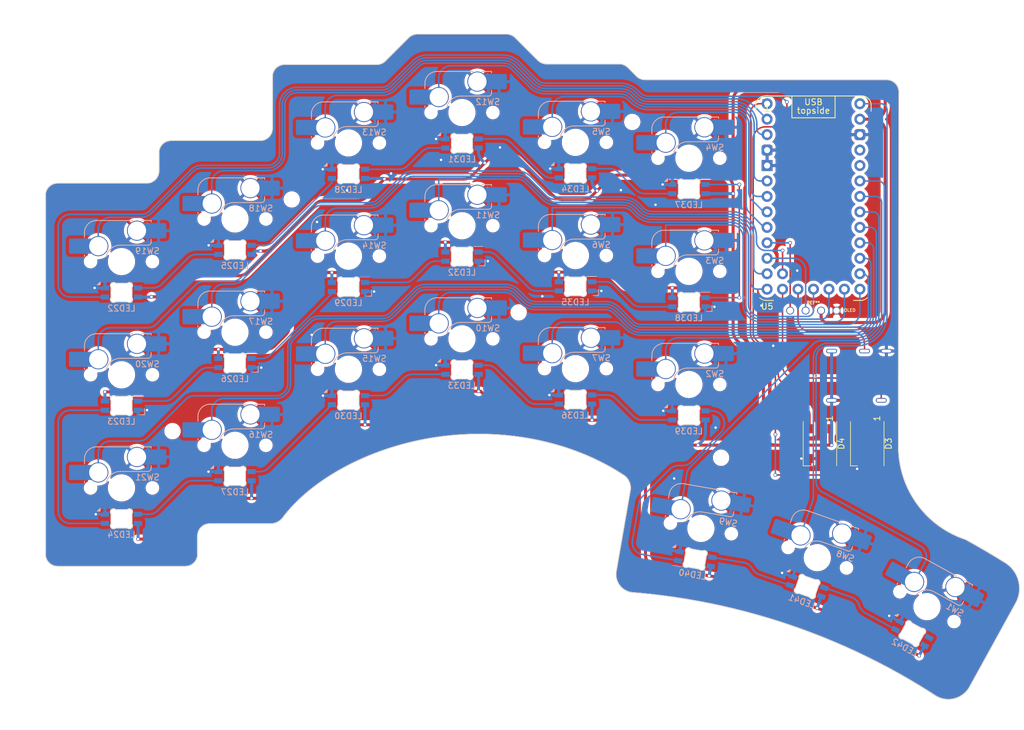
<source format=kicad_pcb>
(kicad_pcb (version 20240108) (generator "pcbnew") (generator_version "8.0")
  (title_block (title "Corne") (date "2023-10-22") (rev "4.0.0") (company "foostan"))
  (layers (0 "F.Cu" signal) (31 "B.Cu" signal) (34 "B.Paste" user) (35 "F.Paste" user) (36 "B.SilkS" user "B.Silkscreen") (37 "F.SilkS" user "F.Silkscreen") (38 "B.Mask" user) (39 "F.Mask" user) (44 "Edge.Cuts" user))
  (net 0 "")
  (net 1 "+5V")
  (net 2 "GND")
  (net 3 "/left/SDA")
  (net 4 "/left/SCL")
  (net 5 "/left/RX")
  (net 6 "/left/TX")
  (net 7 "/left/LED")
  (net 8 "/left/KEY1")
  (net 9 "/left/KEY2")
  (net 10 "/left/KEY3")
  (net 11 "/left/KEY4")
  (net 12 "/left/KEY5")
  (net 13 "/left/KEY6")
  (net 14 "/left/KEY7")
  (net 15 "/left/KEY8")
  (net 16 "/left/KEY9")
  (net 17 "/left/KEY10")
  (net 18 "/left/KEY11")
  (net 19 "/left/KEY12")
  (net 20 "/left/KEY13")
  (net 21 "/left/KEY14")
  (net 22 "/left/KEY15")
  (net 23 "/left/KEY16")
  (net 24 "/left/KEY17")
  (net 25 "/left/KEY18")
  (net 26 "/left/KEY19")
  (net 27 "/left/KEY20")
  (net 28 "/left/KEY21")
  (net 31 "Net-(LED22-DOUT)")
  (net 32 "Net-(LED25-DOUT)")
  (net 33 "Net-(LED28-DOUT)")
  (net 34 "Net-(LED31-DOUT)")
  (net 35 "Net-(LED34-DOUT)")
  (net 36 "Net-(LED23-DIN)")
  (net 37 "Net-(LED26-DIN)")
  (net 38 "Net-(LED29-DIN)")
  (net 39 "Net-(LED32-DIN)")
  (net 40 "Net-(LED35-DIN)")
  (net 41 "Net-(LED37-DOUT)")
  (net 42 "Net-(LED23-DOUT)")
  (net 43 "Net-(LED24-DOUT)")
  (net 44 "Net-(LED27-DOUT)")
  (net 45 "Net-(LED30-DOUT)")
  (net 46 "Net-(LED33-DOUT)")
  (net 47 "Net-(LED36-DOUT)")
  (net 48 "Net-(LED39-DOUT)")
  (net 49 "Net-(LED40-DOUT)")
  (net 50 "Net-(LED41-DOUT)")
  (net 51 "Net-(D3-DOUT)")
  (net 52 "Net-(D4-DOUT)")
  (footprint "LED_SMD:LED_WS2812B_PLCC4_5.0x5.0mm_P3.2mm" (layer "F.Cu") (at 180.54583 169.192791 -90)
    (property "Reference" "D4")
    (property "Value" "WS2812B")
  )
  (footprint "MountingHole:MountingHole_2.2mm_M2" (layer "F.Cu") (at 149.71583 116.312791)
    (property "Reference" "REF**")
    (property "Value" "MountingHole_2.2mm_M2")
  )
  (footprint "MountingHole:MountingHole_2.2mm_M2" (layer "F.Cu") (at 164.30583 171.512791)
    (property "Reference" "REF**")
    (property "Value" "MountingHole_2.2mm_M2")
  )
  (footprint "MountingHole:MountingHole_2.2mm_M2" (layer "F.Cu") (at 93.78583 129.052791)
    (property "Reference" "REF**")
    (property "Value" "MountingHole_2.2mm_M2")
  )
  (footprint "various:rp2040promicro" (layer "F.Cu") (at 179.483752 129.827805 -1.776356839e-15)
    (property "Reference" "U5")
    (property "Value" "rp2040")
  )
  (footprint "LED_SMD:LED_WS2812B_PLCC4_5.0x5.0mm_P3.2mm" (layer "F.Cu") (at 188.31583 169.192791 -90)
    (property "Reference" "D3")
    (property "Value" "WS2812B")
  )
  (footprint "MountingHole:MountingHole_2.2mm_M2" (layer "F.Cu") (at 131.05583 147.622791)
    (property "Reference" "REF**")
    (property "Value" "MountingHole_2.2mm_M2")
  )
  (footprint "kbd_local:OLED" (layer "F.Cu") (at 179.463755 147.317805 -1.776356839e-15)
    (property "Reference" "J3")
    (property "Value" "Conn_01x04" (hide yes))
  )
  (footprint "MountingHole:MountingHole_2.2mm_M2" (layer "F.Cu") (at 74.19583 167.142791)
    (property "Reference" "REF**")
    (property "Value" "MountingHole_2.2mm_M2")
  )
  (footprint "PCM_marbastlib-mx:SW_MX_HS_CPG151101S11_1u" (layer "B.Cu") (at 159.020421 122.262377 180)
    (property "Reference" "SW4")
    (property "Value" "SW_Push")
  )
  (footprint "PCM_marbastlib-mx:LED_MX_6028R" (layer "B.Cu") (at 159.02042 145.942373 180)
    (property "Reference" "LED38")
    (property "Value" "MX_SK6812MINI-E")
    (fp_line (start 1.699999 0.702842) (end 1.699999 -0.70284) (stroke (width 0.1)) (layer "Edge.Cuts"))
    (fp_line (start 0.794452 -1.499999) (end -0.794451 -1.5) (stroke (width 0.1)) (layer "Edge.Cuts"))
    (fp_line (start -0.794453 1.5) (end 0.794452 1.5) (stroke (width 0.1)) (layer "Edge.Cuts"))
    (fp_line (start -1.699998 -0.702838) (end -1.699999 0.702841) (stroke (width 0.1)) (layer "Edge.Cuts"))
    (fp_arc (start 1.749484 0.91972) (mid 1.712534 0.814066) (end 1.699999 0.702842) (stroke (width 0.1)) (layer "Edge.Cuts"))
    (fp_arc (start 1.749484 0.91972) (mid 1.638073 1.504036) (end 1.046712 1.5683) (stroke (width 0.1)) (layer "Edge.Cuts"))
    (fp_arc (start 1.7 -0.702841) (mid 1.712537 -0.814064) (end 1.749485 -0.919718) (stroke (width 0.1)) (layer "Edge.Cuts"))
    (fp_arc (start 1.04671 -1.568296) (mid 1.638069 -1.504034) (end 1.749485 -0.919718) (stroke (width 0.1)) (layer "Edge.Cuts"))
    (fp_arc (start 1.046709 -1.568297) (mid 0.925122 -1.517376) (end 0.794452 -1.499999) (stroke (width 0.1)) (layer "Edge.Cuts"))
    (fp_arc (start 0.794455 1.500001) (mid 0.925124 1.517379) (end 1.046712 1.5683) (stroke (width 0.1)) (layer "Edge.Cuts"))
    (fp_arc (start -0.794451 -1.5) (mid -0.925121 -1.517377) (end -1.04671 -1.568297) (stroke (width 0.1)) (layer "Edge.Cuts"))
    (fp_arc (start -1.046712 1.568299) (mid -0.925124 1.517377) (end -0.794453 1.5) (stroke (width 0.1)) (layer "Edge.Cuts"))
    (fp_arc (start -1.046712 1.568299) (mid -1.638069 1.504033) (end -1.749485 0.919722) (stroke (width 0.1)) (layer "Edge.Cuts"))
    (fp_arc (start -1.699998 0.702843) (mid -1.712526 0.81407) (end -1.749485 0.919722) (stroke (width 0.1)) (layer "Edge.Cuts"))
    (fp_arc (start -1.749483 -0.919718) (mid -1.638071 -1.504033) (end -1.04671 -1.568297) (stroke (width 0.1)) (layer "Edge.Cuts"))
    (fp_arc (start -1.749483 -0.919719) (mid -1.712526 -0.814065) (end -1.699998 -0.702838) (stroke (width 0.1)) (layer "Edge.Cuts"))
  )
  (footprint "PCM_marbastlib-mx:LED_MX_6028R-ROT" (layer "B.Cu") (at 195.714843 200.410817 151.17)
    (property "Reference" "LED42")
    (property "Value" "MX_SK6812MINI-E")
    (fp_line (start 0.794453 -1.5) (end -0.794453 -1.499998) (stroke (width 0.1)) (layer "Edge.Cuts"))
    (fp_line (start 1.699999 0.702841) (end 1.699998 -0.702842) (stroke (width 0.1)) (layer "Edge.Cuts"))
    (fp_line (start -1.699997 -0.702841) (end -1.699999 0.702839) (stroke (width 0.1)) (layer "Edge.Cuts"))
    (fp_line (start -0.794453 1.500001) (end 0.794452 1.499999) (stroke (width 0.1)) (layer "Edge.Cuts"))
    (fp_arc (start 1.699998 -0.702844) (mid 1.712539 -0.814068) (end 1.749486 -0.919722) (stroke (width 0.1)) (layer "Edge.Cuts"))
    (fp_arc (start 1.04671 -1.568302) (mid 1.638073 -1.504038) (end 1.749486 -0.919722) (stroke (width 0.1)) (layer "Edge.Cuts"))
    (fp_arc (start 1.04671 -1.568302) (mid 0.925124 -1.517378) (end 0.794453 -1.5) (stroke (width 0.1)) (layer "Edge.Cuts"))
    (fp_arc (start 1.749486 0.919716) (mid 1.638075 1.504038) (end 1.046711 1.568298) (stroke (width 0.1)) (layer "Edge.Cuts"))
    (fp_arc (start 1.749484 0.919718) (mid 1.712517 0.814069) (end 1.699999 0.702841) (stroke (width 0.1)) (layer "Edge.Cuts"))
    (fp_arc (start -0.794455 -1.5) (mid -0.925125 -1.517376) (end -1.046711 -1.568299) (stroke (width 0.1)) (layer "Edge.Cuts"))
    (fp_arc (start 0.794452 1.499999) (mid 0.925122 1.517376) (end 1.046711 1.568298) (stroke (width 0.1)) (layer "Edge.Cuts"))
    (fp_arc (start -1.749484 -0.919721) (mid -1.638071 -1.504036) (end -1.046711 -1.568299) (stroke (width 0.1)) (layer "Edge.Cuts"))
    (fp_arc (start -1.749484 -0.919721) (mid -1.712526 -0.814069) (end -1.699997 -0.702841) (stroke (width 0.1)) (layer "Edge.Cuts"))
    (fp_arc (start -1.046712 1.568295) (mid -1.638071 1.504032) (end -1.749484 0.919718) (stroke (width 0.1)) (layer "Edge.Cuts"))
    (fp_arc (start -1.04671 1.568301) (mid -0.925123 1.517379) (end -0.794453 1.500001) (stroke (width 0.1)) (layer "Edge.Cuts"))
    (fp_arc (start -1.699999 0.702843) (mid -1.712528 0.814067) (end -1.749484 0.919718) (stroke (width 0.1)) (layer "Edge.Cuts"))
  )
  (footprint "PCM_marbastlib-mx:LED_MX_6028R-ROT" (layer "B.Cu") (at 140.380422 124.742376 180)
    (property "Reference" "LED34")
    (property "Value" "MX_SK6812MINI-E")
    (fp_line (start 1.699998 0.702838) (end 1.699999 -0.702841) (stroke (width 0.1)) (layer "Edge.Cuts"))
    (fp_line (start 0.794453 -1.5) (end -0.794452 -1.5) (stroke (width 0.1)) (layer "Edge.Cuts"))
    (fp_line (start -0.794452 1.499999) (end 0.794451 1.5) (stroke (width 0.1)) (layer "Edge.Cuts"))
    (fp_line (start -1.699999 -0.702842) (end -1.699999 0.70284) (stroke (width 0.1)) (layer "Edge.Cuts"))
    (fp_arc (start 1.749483 0.919719) (mid 1.71254 0.814062) (end 1.699998 0.702838) (stroke (width 0.1)) (layer "Edge.Cuts"))
    (fp_arc (start 1.749483 0.919718) (mid 1.638072 1.504036) (end 1.04671 1.568297) (stroke (width 0.1)) (layer "Edge.Cuts"))
    (fp_arc (start 1.699998 -0.702843) (mid 1.712536 -0.814068) (end 1.749485 -0.919722) (stroke (width 0.1)) (layer "Edge.Cuts"))
    (fp_arc (start 1.046712 -1.568299) (mid 1.63807 -1.504036) (end 1.749485 -0.919722) (stroke (width 0.1)) (layer "Edge.Cuts"))
    (fp_arc (start 1.046712 -1.568299) (mid 0.925124 -1.517377) (end 0.794453 -1.5) (stroke (width 0.1)) (layer "Edge.Cuts"))
    (fp_arc (start 0.794451 1.5) (mid 0.925121 1.517377) (end 1.04671 1.568297) (stroke (width 0.1)) (layer "Edge.Cuts"))
    (fp_arc (start -0.794455 -1.500001) (mid -0.925124 -1.517379) (end -1.046712 -1.5683) (stroke (width 0.1)) (layer "Edge.Cuts"))
    (fp_arc (start -1.046709 1.568297) (mid -0.925122 1.517376) (end -0.794452 1.499999) (stroke (width 0.1)) (layer "Edge.Cuts"))
    (fp_arc (start -1.04671 1.568296) (mid -1.638072 1.504034) (end -1.749485 0.919718) (stroke (width 0.1)) (layer "Edge.Cuts"))
    (fp_arc (start -1.7 0.702841) (mid -1.712528 0.814067) (end -1.749485 0.919718) (stroke (width 0.1)) (layer "Edge.Cuts"))
    (fp_arc (start -1.749484 -0.91972) (mid -1.638071 -1.504034) (end -1.046712 -1.5683) (stroke (width 0.1)) (layer "Edge.Cuts"))
    (fp_arc (start -1.749484 -0.91972) (mid -1.712528 -0.814068) (end -1.699999 -0.702842) (stroke (width 0.1)) (layer "Edge.Cuts"))
  )
  (footprint "PCM_marbastlib-mx:SW_MX_HS_CPG151101S11_1u" (layer "B.Cu") (at 160.987222 183.12175 170.17)
    (property "Reference" "SW9")
    (property "Value" "SW_Push")
  )
  (footprint "PCM_marbastlib-mx:SW_MX_HS_CPG151101S11_1u" (layer "B.Cu") (at 140.380425 119.662377 180)
    (property "Reference" "SW5")
    (property "Value" "SW_Push")
  )
  (footprint "PCM_marbastlib-mx:LED_MX_6028R-ROT" (layer "B.Cu") (at 84.460421 137.342378 180)
    (property "Reference" "LED25")
    (property "Value" "MX_SK6812MINI-E")
    (fp_line (start 1.699998 0.702838) (end 1.699999 -0.702841) (stroke (width 0.1)) (layer "Edge.Cuts"))
    (fp_line (start 0.794453 -1.5) (end -0.794452 -1.5) (stroke (width 0.1)) (layer "Edge.Cuts"))
    (fp_line (start -0.794452 1.499999) (end 0.794451 1.5) (stroke (width 0.1)) (layer "Edge.Cuts"))
    (fp_line (start -1.699999 -0.702842) (end -1.699999 0.70284) (stroke (width 0.1)) (layer "Edge.Cuts"))
    (fp_arc (start 1.749483 0.919719) (mid 1.71254 0.814062) (end 1.699998 0.702838) (stroke (width 0.1)) (layer "Edge.Cuts"))
    (fp_arc (start 1.749483 0.919718) (mid 1.638072 1.504036) (end 1.04671 1.568297) (stroke (width 0.1)) (layer "Edge.Cuts"))
    (fp_arc (start 1.699998 -0.702843) (mid 1.712536 -0.814068) (end 1.749485 -0.919722) (stroke (width 0.1)) (layer "Edge.Cuts"))
    (fp_arc (start 1.046712 -1.568299) (mid 1.63807 -1.504036) (end 1.749485 -0.919722) (stroke (width 0.1)) (layer "Edge.Cuts"))
    (fp_arc (start 1.046712 -1.568299) (mid 0.925124 -1.517377) (end 0.794453 -1.5) (stroke (width 0.1)) (layer "Edge.Cuts"))
    (fp_arc (start 0.794451 1.5) (mid 0.925121 1.517377) (end 1.04671 1.568297) (stroke (width 0.1)) (layer "Edge.Cuts"))
    (fp_arc (start -0.794455 -1.500001) (mid -0.925124 -1.517379) (end -1.046712 -1.5683) (stroke (width 0.1)) (layer "Edge.Cuts"))
    (fp_arc (start -1.046709 1.568297) (mid -0.925122 1.517376) (end -0.794452 1.499999) (stroke (width 0.1)) (layer "Edge.Cuts"))
    (fp_arc (start -1.04671 1.568296) (mid -1.638072 1.504034) (end -1.749485 0.919718) (stroke (width 0.1)) (layer "Edge.Cuts"))
    (fp_arc (start -1.7 0.702841) (mid -1.712528 0.814067) (end -1.749485 0.919718) (stroke (width 0.1)) (layer "Edge.Cuts"))
    (fp_arc (start -1.749484 -0.91972) (mid -1.638071 -1.504034) (end -1.046712 -1.5683) (stroke (width 0.1)) (layer "Edge.Cuts"))
    (fp_arc (start -1.749484 -0.91972) (mid -1.712528 -0.814068) (end -1.699999 -0.702842) (stroke (width 0.1)) (layer "Edge.Cuts"))
  )
  (footprint "PCM_marbastlib-mx:LED_MX_6028R" (layer "B.Cu") (at 103.100422 143.442377 180)
    (property "Reference" "LED29")
    (property "Value" "MX_SK6812MINI-E")
    (fp_line (start 1.699999 0.702842) (end 1.699999 -0.70284) (stroke (width 0.1)) (layer "Edge.Cuts"))
    (fp_line (start 0.794452 -1.499999) (end -0.794451 -1.5) (stroke (width 0.1)) (layer "Edge.Cuts"))
    (fp_line (start -0.794453 1.5) (end 0.794452 1.5) (stroke (width 0.1)) (layer "Edge.Cuts"))
    (fp_line (start -1.699998 -0.702838) (end -1.699999 0.702841) (stroke (width 0.1)) (layer "Edge.Cuts"))
    (fp_arc (start 1.749484 0.91972) (mid 1.712534 0.814066) (end 1.699999 0.702842) (stroke (width 0.1)) (layer "Edge.Cuts"))
    (fp_arc (start 1.749484 0.91972) (mid 1.638073 1.504036) (end 1.046712 1.5683) (stroke (width 0.1)) (layer "Edge.Cuts"))
    (fp_arc (start 1.7 -0.702841) (mid 1.712537 -0.814064) (end 1.749485 -0.919718) (stroke (width 0.1)) (layer "Edge.Cuts"))
    (fp_arc (start 1.04671 -1.568296) (mid 1.638069 -1.504034) (end 1.749485 -0.919718) (stroke (width 0.1)) (layer "Edge.Cuts"))
    (fp_arc (start 1.046709 -1.568297) (mid 0.925122 -1.517376) (end 0.794452 -1.499999) (stroke (width 0.1)) (layer "Edge.Cuts"))
    (fp_arc (start 0.794455 1.500001) (mid 0.925124 1.517379) (end 1.046712 1.5683) (stroke (width 0.1)) (layer "Edge.Cuts"))
    (fp_arc (start -0.794451 -1.5) (mid -0.925121 -1.517377) (end -1.04671 -1.568297) (stroke (width 0.1)) (layer "Edge.Cuts"))
    (fp_arc (start -1.046712 1.568299) (mid -0.925124 1.517377) (end -0.794453 1.5) (stroke (width 0.1)) (layer "Edge.Cuts"))
    (fp_arc (start -1.046712 1.568299) (mid -1.638069 1.504033) (end -1.749485 0.919722) (stroke (width 0.1)) (layer "Edge.Cuts"))
    (fp_arc (start -1.699998 0.702843) (mid -1.712526 0.81407) (end -1.749485 0.919722) (stroke (width 0.1)) (layer "Edge.Cuts"))
    (fp_arc (start -1.749483 -0.919718) (mid -1.638071 -1.504033) (end -1.04671 -1.568297) (stroke (width 0.1)) (layer "Edge.Cuts"))
    (fp_arc (start -1.749483 -0.919719) (mid -1.712526 -0.814065) (end -1.699998 -0.702838) (stroke (width 0.1)) (layer "Edge.Cuts"))
  )
  (footprint "PCM_marbastlib-mx:SW_MX_HS_CPG151101S11_1u" (layer "B.Cu") (at 103.100422 119.762373 180)
    (property "Reference" "SW13")
    (property "Value" "SW_Push")
  )
  (footprint "PCM_marbastlib-mx:SW_MX_HS_CPG151101S11_1u" (layer "B.Cu") (at 121.740422 133.362378 180)
    (property "Reference" "SW11")
    (property "Value" "SW_Push")
  )
  (footprint "PCM_marbastlib-mx:SW_MX_HS_CPG151101S11_1u" (layer "B.Cu") (at 103.10042 138.362376 180)
    (property "Reference" "SW14")
    (property "Value" "SW_Push")
  )
  (footprint "PCM_marbastlib-mx:SW_MX_HS_CPG151101S11_1u" (layer "B.Cu") (at 180.11062 187.931615 160.67)
    (property "Reference" "SW8")
    (property "Value" "SW_Push")
  )
  (footprint "PCM_marbastlib-mx:SW_MX_HS_CPG151101S11_1u" (layer "B.Cu") (at 121.740423 114.762372 180)
    (property "Reference" "SW12")
    (property "Value" "SW_Push")
  )
  (footprint "PCM_marbastlib-mx:SW_MX_HS_CPG151101S11_1u" (layer "B.Cu") (at 84.46042 150.862376 180)
    (property "Reference" "SW17")
    (property "Value" "SW_Push")
  )
  (footprint "PCM_marbastlib-mx:LED_MX_6028R" (layer "B.Cu") (at 65.82042 162.942375 180)
    (property "Reference" "LED23")
    (property "Value" "MX_SK6812MINI-E")
    (fp_line (start 1.699999 0.702842) (end 1.699999 -0.70284) (stroke (width 0.1)) (layer "Edge.Cuts"))
    (fp_line (start 0.794452 -1.499999) (end -0.794451 -1.5) (stroke (width 0.1)) (layer "Edge.Cuts"))
    (fp_line (start -0.794453 1.5) (end 0.794452 1.5) (stroke (width 0.1)) (layer "Edge.Cuts"))
    (fp_line (start -1.699998 -0.702838) (end -1.699999 0.702841) (stroke (width 0.1)) (layer "Edge.Cuts"))
    (fp_arc (start 1.749484 0.91972) (mid 1.712534 0.814066) (end 1.699999 0.702842) (stroke (width 0.1)) (layer "Edge.Cuts"))
    (fp_arc (start 1.749484 0.91972) (mid 1.638073 1.504036) (end 1.046712 1.5683) (stroke (width 0.1)) (layer "Edge.Cuts"))
    (fp_arc (start 1.7 -0.702841) (mid 1.712537 -0.814064) (end 1.749485 -0.919718) (stroke (width 0.1)) (layer "Edge.Cuts"))
    (fp_arc (start 1.04671 -1.568296) (mid 1.638069 -1.504034) (end 1.749485 -0.919718) (stroke (width 0.1)) (layer "Edge.Cuts"))
    (fp_arc (start 1.046709 -1.568297) (mid 0.925122 -1.517376) (end 0.794452 -1.499999) (stroke (width 0.1)) (layer "Edge.Cuts"))
    (fp_arc (start 0.794455 1.500001) (mid 0.925124 1.517379) (end 1.046712 1.5683) (stroke (width 0.1)) (layer "Edge.Cuts"))
    (fp_arc (start -0.794451 -1.5) (mid -0.925121 -1.517377) (end -1.04671 -1.568297) (stroke (width 0.1)) (layer "Edge.Cuts"))
    (fp_arc (start -1.046712 1.568299) (mid -0.925124 1.517377) (end -0.794453 1.5) (stroke (width 0.1)) (layer "Edge.Cuts"))
    (fp_arc (start -1.046712 1.568299) (mid -1.638069 1.504033) (end -1.749485 0.919722) (stroke (width 0.1)) (layer "Edge.Cuts"))
    (fp_arc (start -1.699998 0.702843) (mid -1.712526 0.81407) (end -1.749485 0.919722) (stroke (width 0.1)) (layer "Edge.Cuts"))
    (fp_arc (start -1.749483 -0.919718) (mid -1.638071 -1.504033) (end -1.04671 -1.568297) (stroke (width 0.1)) (layer "Edge.Cuts"))
    (fp_arc (start -1.749483 -0.919719) (mid -1.712526 -0.814065) (end -1.699998 -0.702838) (stroke (width 0.1)) (layer "Edge.Cuts"))
  )
  (footprint "PCM_marbastlib-mx:SW_MX_HS_CPG151101S11_1u" (layer "B.Cu") (at 65.820423 176.462374 180)
    (property "Reference" "SW21")
    (property "Value" "SW_Push")
  )
  (footprint "PCM_marbastlib-mx:LED_MX_6028R" (layer "B.Cu") (at 84.460424 155.942378 180)
    (property "Reference" "LED26")
    (property "Value" "MX_SK6812MINI-E")
    (fp_line (start 1.699999 0.702842) (end 1.699999 -0.70284) (stroke (width 0.1)) (layer "Edge.Cuts"))
    (fp_line (start 0.794452 -1.499999) (end -0.794451 -1.5) (stroke (width 0.1)) (layer "Edge.Cuts"))
    (fp_line (start -0.794453 1.5) (end 0.794452 1.5) (stroke (width 0.1)) (layer "Edge.Cuts"))
    (fp_line (start -1.699998 -0.702838) (end -1.699999 0.702841) (stroke (width 0.1)) (layer "Edge.Cuts"))
    (fp_arc (start 1.749484 0.91972) (mid 1.712534 0.814066) (end 1.699999 0.702842) (stroke (width 0.1)) (layer "Edge.Cuts"))
    (fp_arc (start 1.749484 0.91972) (mid 1.638073 1.504036) (end 1.046712 1.5683) (stroke (width 0.1)) (layer "Edge.Cuts"))
    (fp_arc (start 1.7 -0.702841) (mid 1.712537 -0.814064) (end 1.749485 -0.919718) (stroke (width 0.1)) (layer "Edge.Cuts"))
    (fp_arc (start 1.04671 -1.568296) (mid 1.638069 -1.504034) (end 1.749485 -0.919718) (stroke (width 0.1)) (layer "Edge.Cuts"))
    (fp_arc (start 1.046709 -1.568297) (mid 0.925122 -1.517376) (end 0.794452 -1.499999) (stroke (width 0.1)) (layer "Edge.Cuts"))
    (fp_arc (start 0.794455 1.500001) (mid 0.925124 1.517379) (end 1.046712 1.5683) (stroke (width 0.1)) (layer "Edge.Cuts"))
    (fp_arc (start -0.794451 -1.5) (mid -0.925121 -1.517377) (end -1.04671 -1.568297) (stroke (width 0.1)) (layer "Edge.Cuts"))
    (fp_arc (start -1.046712 1.568299) (mid -0.925124 1.517377) (end -0.794453 1.5) (stroke (width 0.1)) (layer "Edge.Cuts"))
    (fp_arc (start -1.046712 1.568299) (mid -1.638069 1.504033) (end -1.749485 0.919722) (stroke (width 0.1)) (layer "Edge.Cuts"))
    (fp_arc (start -1.699998 0.702843) (mid -1.712526 0.81407) (end -1.749485 0.919722) (stroke (width 0.1)) (layer "Edge.Cuts"))
    (fp_arc (start -1.749483 -0.919718) (mid -1.638071 -1.504033) (end -1.04671 -1.568297) (stroke (width 0.1)) (layer "Edge.Cuts"))
    (fp_arc (start -1.749483 -0.919719) (mid -1.712526 -0.814065) (end -1.699998 -0.702838) (stroke (width 0.1)) (layer "Edge.Cuts"))
  )
  (footprint "PCM_marbastlib-mx:LED_MX_6028R-ROT" (layer "B.Cu") (at 121.740422 157.042377 180)
    (property "Reference" "LED33")
    (property "Value" "MX_SK6812MINI-E")
    (fp_line (start 1.699998 0.702838) (end 1.699999 -0.702841) (stroke (width 0.1)) (layer "Edge.Cuts"))
    (fp_line (start 0.794453 -1.5) (end -0.794452 -1.5) (stroke (width 0.1)) (layer "Edge.Cuts"))
    (fp_line (start -0.794452 1.499999) (end 0.794451 1.5) (stroke (width 0.1)) (layer "Edge.Cuts"))
    (fp_line (start -1.699999 -0.702842) (end -1.699999 0.70284) (stroke (width 0.1)) (layer "Edge.Cuts"))
    (fp_arc (start 1.749483 0.919719) (mid 1.71254 0.814062) (end 1.699998 0.702838) (stroke (width 0.1)) (layer "Edge.Cuts"))
    (fp_arc (start 1.749483 0.919718) (mid 1.638072 1.504036) (end 1.04671 1.568297) (stroke (width 0.1)) (layer "Edge.Cuts"))
    (fp_arc (start 1.699998 -0.702843) (mid 1.712536 -0.814068) (end 1.749485 -0.919722) (stroke (width 0.1)) (layer "Edge.Cuts"))
    (fp_arc (start 1.046712 -1.568299) (mid 1.63807 -1.504036) (end 1.749485 -0.919722) (stroke (width 0.1)) (layer "Edge.Cuts"))
    (fp_arc (start 1.046712 -1.568299) (mid 0.925124 -1.517377) (end 0.794453 -1.5) (stroke (width 0.1)) (layer "Edge.Cuts"))
    (fp_arc (start 0.794451 1.5) (mid 0.925121 1.517377) (end 1.04671 1.568297) (stroke (width 0.1)) (layer "Edge.Cuts"))
    (fp_arc (start -0.794455 -1.500001) (mid -0.925124 -1.517379) (end -1.046712 -1.5683) (stroke (width 0.1)) (layer "Edge.Cuts"))
    (fp_arc (start -1.046709 1.568297) (mid -0.925122 1.517376) (end -0.794452 1.499999) (stroke (width 0.1)) (layer "Edge.Cuts"))
    (fp_arc (start -1.04671 1.568296) (mid -1.638072 1.504034) (end -1.749485 0.919718) (stroke (width 0.1)) (layer "Edge.Cuts"))
    (fp_arc (start -1.7 0.702841) (mid -1.712528 0.814067) (end -1.749485 0.919718) (stroke (width 0.1)) (layer "Edge.Cuts"))
    (fp_arc (start -1.749484 -0.91972) (mid -1.638071 -1.504034) (end -1.046712 -1.5683) (stroke (width 0.1)) (layer "Edge.Cuts"))
    (fp_arc (start -1.749484 -0.91972) (mid -1.712528 -0.814068) (end -1.699999 -0.702842) (stroke (width 0.1)) (layer "Edge.Cuts"))
  )
  (footprint "PCM_marbastlib-mx:SW_MX_HS_CPG151101S11_1u" (layer "B.Cu") (at 140.38042 156.862378 180)
    (property "Reference" "SW7")
    (property "Value" "SW_Push")
  )
  (footprint "PCM_marbastlib-mx:LED_MX_6028R-ROT" (layer "B.Cu") (at 159.020422 127.342376 180)
    (property "Reference" "LED37")
    (property "Value" "MX_SK6812MINI-E")
    (fp_line (start 1.699998 0.702838) (end 1.699999 -0.702841) (stroke (width 0.1)) (layer "Edge.Cuts"))
    (fp_line (start 0.794453 -1.5) (end -0.794452 -1.5) (stroke (width 0.1)) (layer "Edge.Cuts"))
    (fp_line (start -0.794452 1.499999) (end 0.794451 1.5) (stroke (width 0.1)) (layer "Edge.Cuts"))
    (fp_line (start -1.699999 -0.702842) (end -1.699999 0.70284) (stroke (width 0.1)) (layer "Edge.Cuts"))
    (fp_arc (start 1.749483 0.919719) (mid 1.71254 0.814062) (end 1.699998 0.702838) (stroke (width 0.1)) (layer "Edge.Cuts"))
    (fp_arc (start 1.749483 0.919718) (mid 1.638072 1.504036) (end 1.04671 1.568297) (stroke (width 0.1)) (layer "Edge.Cuts"))
    (fp_arc (start 1.699998 -0.702843) (mid 1.712536 -0.814068) (end 1.749485 -0.919722) (stroke (width 0.1)) (layer "Edge.Cuts"))
    (fp_arc (start 1.046712 -1.568299) (mid 1.63807 -1.504036) (end 1.749485 -0.919722) (stroke (width 0.1)) (layer "Edge.Cuts"))
    (fp_arc (start 1.046712 -1.568299) (mid 0.925124 -1.517377) (end 0.794453 -1.5) (stroke (width 0.1)) (layer "Edge.Cuts"))
    (fp_arc (start 0.794451 1.5) (mid 0.925121 1.517377) (end 1.04671 1.568297) (stroke (width 0.1)) (layer "Edge.Cuts"))
    (fp_arc (start -0.794455 -1.500001) (mid -0.925124 -1.517379) (end -1.046712 -1.5683) (stroke (width 0.1)) (layer "Edge.Cuts"))
    (fp_arc (start -1.046709 1.568297) (mid -0.925122 1.517376) (end -0.794452 1.499999) (stroke (width 0.1)) (layer "Edge.Cuts"))
    (fp_arc (start -1.04671 1.568296) (mid -1.638072 1.504034) (end -1.749485 0.919718) (stroke (width 0.1)) (layer "Edge.Cuts"))
    (fp_arc (start -1.7 0.702841) (mid -1.712528 0.814067) (end -1.749485 0.919718) (stroke (width 0.1)) (layer "Edge.Cuts"))
    (fp_arc (start -1.749484 -0.91972) (mid -1.638071 -1.504034) (end -1.046712 -1.5683) (stroke (width 0.1)) (layer "Edge.Cuts"))
    (fp_arc (start -1.749484 -0.91972) (mid -1.712528 -0.814068) (end -1.699999 -0.702842) (stroke (width 0.1)) (layer "Edge.Cuts"))
  )
  (footprint "PCM_marbastlib-mx:LED_MX_6028R-ROT" (layer "B.Cu") (at 65.820422 181.542377 180)
    (property "Reference" "LED24")
    (property "Value" "MX_SK6812MINI-E")
    (fp_line (start 1.699998 0.702838) (end 1.699999 -0.702841) (stroke (width 0.1)) (layer "Edge.Cuts"))
    (fp_line (start 0.794453 -1.5) (end -0.794452 -1.5) (stroke (width 0.1)) (layer "Edge.Cuts"))
    (fp_line (start -0.794452 1.499999) (end 0.794451 1.5) (stroke (width 0.1)) (layer "Edge.Cuts"))
    (fp_line (start -1.699999 -0.702842) (end -1.699999 0.70284) (stroke (width 0.1)) (layer "Edge.Cuts"))
    (fp_arc (start 1.749483 0.919719) (mid 1.71254 0.814062) (end 1.699998 0.702838) (stroke (width 0.1)) (layer "Edge.Cuts"))
    (fp_arc (start 1.749483 0.919718) (mid 1.638072 1.504036) (end 1.04671 1.568297) (stroke (width 0.1)) (layer "Edge.Cuts"))
    (fp_arc (start 1.699998 -0.702843) (mid 1.712536 -0.814068) (end 1.749485 -0.919722) (stroke (width 0.1)) (layer "Edge.Cuts"))
    (fp_arc (start 1.046712 -1.568299) (mid 1.63807 -1.504036) (end 1.749485 -0.919722) (stroke (width 0.1)) (layer "Edge.Cuts"))
    (fp_arc (start 1.046712 -1.568299) (mid 0.925124 -1.517377) (end 0.794453 -1.5) (stroke (width 0.1)) (layer "Edge.Cuts"))
    (fp_arc (start 0.794451 1.5) (mid 0.925121 1.517377) (end 1.04671 1.568297) (stroke (width 0.1)) (layer "Edge.Cuts"))
    (fp_arc (start -0.794455 -1.500001) (mid -0.925124 -1.517379) (end -1.046712 -1.5683) (stroke (width 0.1)) (layer "Edge.Cuts"))
    (fp_arc (start -1.046709 1.568297) (mid -0.925122 1.517376) (end -0.794452 1.499999) (stroke (width 0.1)) (layer "Edge.Cuts"))
    (fp_arc (start -1.04671 1.568296) (mid -1.638072 1.504034) (end -1.749485 0.919718) (stroke (width 0.1)) (layer "Edge.Cuts"))
    (fp_arc (start -1.7 0.702841) (mid -1.712528 0.814067) (end -1.749485 0.919718) (stroke (width 0.1)) (layer "Edge.Cuts"))
    (fp_arc (start -1.749484 -0.91972) (mid -1.638071 -1.504034) (end -1.046712 -1.5683) (stroke (width 0.1)) (layer "Edge.Cuts"))
    (fp_arc (start -1.749484 -0.91972) (mid -1.712528 -0.814068) (end -1.699999 -0.702842) (stroke (width 0.1)) (layer "Edge.Cuts"))
  )
  (footprint "PCM_marbastlib-mx:LED_MX_6028R-ROT" (layer "B.Cu") (at 160.050713 188.141565 170.17)
    (property "Reference" "LED40")
    (property "Value" "MX_SK6812MINI-E")
    (fp_line (start 1.699999 0.70284) (end 1.7 -0.702843) (stroke (width 0.1)) (layer "Edge.Cuts"))
    (fp_line (start 0.794453 -1.499999) (end -0.794453 -1.5) (stroke (width 0.1)) (layer "Edge.Cuts"))
    (fp_line (start -0.794451 1.5) (end 0.794453 1.499999) (stroke (width 0.1)) (layer "Edge.Cuts"))
    (fp_line (start -1.699998 -0.702843) (end -1.699999 0.702841) (stroke (width 0.1)) (layer "Edge.Cuts"))
    (fp_arc (start 1.7 -0.702844) (mid 1.712539 -0.814068) (end 1.749484 -0.919722) (stroke (width 0.1)) (layer "Edge.Cuts"))
    (fp_arc (start 1.749484 0.919718) (mid 1.638072 1.504037) (end 1.046709 1.568297) (stroke (width 0.1)) (layer "Edge.Cuts"))
    (fp_arc (start 1.749484 0.919717) (mid 1.712535 0.814063) (end 1.699999 0.70284) (stroke (width 0.1)) (layer "Edge.Cuts"))
    (fp_arc (start 1.046711 -1.5683) (mid 1.638072 -1.504037) (end 1.749484 -0.919722) (stroke (width 0.1)) (layer "Edge.Cuts"))
    (fp_arc (start 1.046711 -1.5683) (mid 0.925123 -1.517378) (end 0.794453 -1.499999) (stroke (width 0.1)) (layer "Edge.Cuts"))
    (fp_arc (start 0.794453 1.499999) (mid 0.925122 1.517374) (end 1.046709 1.568297) (stroke (width 0.1)) (layer "Edge.Cuts"))
    (fp_arc (start -0.794456 -1.5) (mid -0.925125 -1.517377) (end -1.046711 -1.568301) (stroke (width 0.1)) (layer "Edge.Cuts"))
    (fp_arc (start -1.046711 1.568299) (mid -0.925122 1.517377) (end -0.794451 1.5) (stroke (width 0.1)) (layer "Edge.Cuts"))
    (fp_arc (start -1.046711 1.568297) (mid -1.638068 1.504032) (end -1.749484 0.91972) (stroke (width 0.1)) (layer "Edge.Cuts"))
    (fp_arc (start -1.749485 -0.919722) (mid -1.638069 -1.504035) (end -1.046711 -1.568301) (stroke (width 0.1)) (layer "Edge.Cuts"))
    (fp_arc (start -1.749485 -0.919722) (mid -1.712526 -0.81407) (end -1.699998 -0.702843) (stroke (width 0.1)) (layer "Edge.Cuts"))
    (fp_arc (start -1.699999 0.702844) (mid -1.712527 0.814069) (end -1.749484 0.91972) (stroke (width 0.1)) (layer "Edge.Cuts"))
  )
  (footprint "PCM_marbastlib-mx:LED_MX_6028R-ROT" (layer "B.Cu") (at 178.444108 192.673531 160.67)
    (property "Reference" "LED41")
    (property "Value" "MX_SK6812MINI-E")
    (fp_line (start 1.700001 0.702839) (end 1.7 -0.702843) (stroke (width 0.1)) (layer "Edge.Cuts"))
    (fp_line (start 0.794454 -1.5) (end -0.794451 -1.5) (stroke (width 0.1)) (layer "Edge.Cuts"))
    (fp_line (start -0.794451 1.5) (end 0.794451 1.499999) (stroke (width 0.1)) (layer "Edge.Cuts"))
    (fp_line (start -1.699998 -0.702841) (end -1.699999 0.702841) (stroke (width 0.1)) (layer "Edge.Cuts"))
    (fp_arc (start 1.700001 -0.702845) (mid 1.712543 -0.814066) (end 1.749482 -0.91972) (stroke (width 0.1)) (layer "Edge.Cuts"))
    (fp_arc (start 1.046712 -1.568298) (mid 1.638071 -1.504034) (end 1.749482 -0.91972) (stroke (width 0.1)) (layer "Edge.Cuts"))
    (fp_arc (start 1.046712 -1.568298) (mid 0.925125 -1.517376) (end 0.794454 -1.5) (stroke (width 0.1)) (layer "Edge.Cuts"))
    (fp_arc (start 1.749485 0.919718) (mid 1.712511 0.814069) (end 1.700001 0.702839) (stroke (width 0.1)) (layer "Edge.Cuts"))
    (fp_arc (start 1.749485 0.919718) (mid 1.638074 1.504037) (end 1.046711 1.568298) (stroke (width 0.1)) (layer "Edge.Cuts"))
    (fp_arc (start 0.794451 1.499999) (mid 0.925122 1.517375) (end 1.046711 1.568298) (stroke (width 0.1)) (layer "Edge.Cuts"))
    (fp_arc (start -0.794452 -1.5) (mid -0.925122 -1.517379) (end -1.046711 -1.568298) (stroke (width 0.1)) (layer "Edge.Cuts"))
    (fp_arc (start -1.749483 -0.91972) (mid -1.638071 -1.504035) (end -1.046711 -1.568298) (stroke (width 0.1)) (layer "Edge.Cuts"))
    (fp_arc (start -1.749483 -0.91972) (mid -1.712526 -0.814067) (end -1.699998 -0.702841) (stroke (width 0.1)) (layer "Edge.Cuts"))
    (fp_arc (start -1.04671 1.568297) (mid -0.925122 1.517375) (end -0.794451 1.5) (stroke (width 0.1)) (layer "Edge.Cuts"))
    (fp_arc (start -1.046712 1.568295) (mid -1.638068 1.504029) (end -1.749485 0.919719) (stroke (width 0.1)) (layer "Edge.Cuts"))
    (fp_arc (start -1.699999 0.702842) (mid -1.712528 0.814067) (end -1.749485 0.919719) (stroke (width 0.1)) (layer "Edge.Cuts"))
  )
  (footprint "PCM_marbastlib-mx:LED_MX_6028R-ROT" (layer "B.Cu") (at 140.380419 161.942373 180)
    (property "Reference" "LED36")
    (property "Value" "MX_SK6812MINI-E")
    (fp_line (start 1.699998 0.702838) (end 1.699999 -0.702841) (stroke (width 0.1)) (layer "Edge.Cuts"))
    (fp_line (start 0.794453 -1.5) (end -0.794452 -1.5) (stroke (width 0.1)) (layer "Edge.Cuts"))
    (fp_line (start -0.794452 1.499999) (end 0.794451 1.5) (stroke (width 0.1)) (layer "Edge.Cuts"))
    (fp_line (start -1.699999 -0.702842) (end -1.699999 0.70284) (stroke (width 0.1)) (layer "Edge.Cuts"))
    (fp_arc (start 1.749483 0.919719) (mid 1.71254 0.814062) (end 1.699998 0.702838) (stroke (width 0.1)) (layer "Edge.Cuts"))
    (fp_arc (start 1.749483 0.919718) (mid 1.638072 1.504036) (end 1.04671 1.568297) (stroke (width 0.1)) (layer "Edge.Cuts"))
    (fp_arc (start 1.699998 -0.702843) (mid 1.712536 -0.814068) (end 1.749485 -0.919722) (stroke (width 0.1)) (layer "Edge.Cuts"))
    (fp_arc (start 1.046712 -1.568299) (mid 1.63807 -1.504036) (end 1.749485 -0.919722) (stroke (width 0.1)) (layer "Edge.Cuts"))
    (fp_arc (start 1.046712 -1.568299) (mid 0.925124 -1.517377) (end 0.794453 -1.5) (stroke (width 0.1)) (layer "Edge.Cuts"))
    (fp_arc (start 0.794451 1.5) (mid 0.925121 1.517377) (end 1.04671 1.568297) (stroke (width 0.1)) (layer "Edge.Cuts"))
    (fp_arc (start -0.794455 -1.500001) (mid -0.925124 -1.517379) (end -1.046712 -1.5683) (stroke (width 0.1)) (layer "Edge.Cuts"))
    (fp_arc (start -1.046709 1.568297) (mid -0.925122 1.517376) (end -0.794452 1.499999) (stroke (width 0.1)) (layer "Edge.Cuts"))
    (fp_arc (start -1.04671 1.568296) (mid -1.638072 1.504034) (end -1.749485 0.919718) (stroke (width 0.1)) (layer "Edge.Cuts"))
    (fp_arc (start -1.7 0.702841) (mid -1.712528 0.814067) (end -1.749485 0.919718) (stroke (width 0.1)) (layer "Edge.Cuts"))
    (fp_arc (start -1.749484 -0.91972) (mid -1.638071 -1.504034) (end -1.046712 -1.5683) (stroke (width 0.1)) (layer "Edge.Cuts"))
    (fp_arc (start -1.749484 -0.91972) (mid -1.712528 -0.814068) (end -1.699999 -0.702842) (stroke (width 0.1)) (layer "Edge.Cuts"))
  )
  (footprint "PCM_marbastlib-mx:SW_MX_HS_CPG151101S11_1u" (layer "B.Cu") (at 121.740422 151.962375 180)
    (property "Reference" "SW10")
    (property "Value" "SW_Push")
  )
  (footprint "PCM_marbastlib-mx:LED_MX_6028R-ROT" (layer "B.Cu") (at 159.020416 164.542375 180)
    (property "Reference" "LED39")
    (property "Value" "MX_SK6812MINI-E")
    (fp_line (start 1.699998 0.702838) (end 1.699999 -0.702841) (stroke (width 0.1)) (layer "Edge.Cuts"))
    (fp_line (start 0.794453 -1.5) (end -0.794452 -1.5) (stroke (width 0.1)) (layer "Edge.Cuts"))
    (fp_line (start -0.794452 1.499999) (end 0.794451 1.5) (stroke (width 0.1)) (layer "Edge.Cuts"))
    (fp_line (start -1.699999 -0.702842) (end -1.699999 0.70284) (stroke (width 0.1)) (layer "Edge.Cuts"))
    (fp_arc (start 1.749483 0.919719) (mid 1.71254 0.814062) (end 1.699998 0.702838) (stroke (width 0.1)) (layer "Edge.Cuts"))
    (fp_arc (start 1.749483 0.919718) (mid 1.638072 1.504036) (end 1.04671 1.568297) (stroke (width 0.1)) (layer "Edge.Cuts"))
    (fp_arc (start 1.699998 -0.702843) (mid 1.712536 -0.814068) (end 1.749485 -0.919722) (stroke (width 0.1)) (layer "Edge.Cuts"))
    (fp_arc (start 1.046712 -1.568299) (mid 1.63807 -1.504036) (end 1.749485 -0.919722) (stroke (width 0.1)) (layer "Edge.Cuts"))
    (fp_arc (start 1.046712 -1.568299) (mid 0.925124 -1.517377) (end 0.794453 -1.5) (stroke (width 0.1)) (layer "Edge.Cuts"))
    (fp_arc (start 0.794451 1.5) (mid 0.925121 1.517377) (end 1.04671 1.568297) (stroke (width 0.1)) (layer "Edge.Cuts"))
    (fp_arc (start -0.794455 -1.500001) (mid -0.925124 -1.517379) (end -1.046712 -1.5683) (stroke (width 0.1)) (layer "Edge.Cuts"))
    (fp_arc (start -1.046709 1.568297) (mid -0.925122 1.517376) (end -0.794452 1.499999) (stroke (width 0.1)) (layer "Edge.Cuts"))
    (fp_arc (start -1.04671 1.568296) (mid -1.638072 1.504034) (end -1.749485 0.919718) (stroke (width 0.1)) (layer "Edge.Cuts"))
    (fp_arc (start -1.7 0.702841) (mid -1.712528 0.814067) (end -1.749485 0.919718) (stroke (width 0.1)) (layer "Edge.Cuts"))
    (fp_arc (start -1.749484 -0.91972) (mid -1.638071 -1.504034) (end -1.046712 -1.5683) (stroke (width 0.1)) (layer "Edge.Cuts"))
    (fp_arc (start -1.749484 -0.91972) (mid -1.712528 -0.814068) (end -1.699999 -0.702842) (stroke (width 0.1)) (layer "Edge.Cuts"))
  )
  (footprint "PCM_marbastlib-mx:SW_MX_HS_CPG151101S11_1u" (layer "B.Cu") (at 103.100418 156.962371 180)
    (property "Reference" "SW15")
    (property "Value" "SW_Push")
  )
  (footprint "PCM_marbastlib-mx:SW_MX_HS_CPG151101S11_1u" (layer "B.Cu") (at 65.820424 139.262375 180)
    (property "Reference" "SW19")
    (property "Value" "SW_Push")
  )
  (footprint "PCM_marbastlib-mx:SW_MX_HS_CPG151101S11_1u" (layer "B.Cu") (at 65.820425 157.862375 180)
    (property "Reference" "SW20")
    (property "Value" "SW_Push")
  )
  (footprint "PCM_marbastlib-mx:SW_MX_HS_CPG151101S11_1u" (layer "B.Cu") (at 84.460421 132.262375 180)
    (property "Reference" "SW18")
    (property "Value" "SW_Push")
  )
  (footprint "PCM_marbastlib-mx:LED_MX_6028R-ROT" (layer "B.Cu") (at 121.740418 119.842375 180)
    (property "Reference" "LED31")
    (property "Value" "MX_SK6812MINI-E")
    (fp_line (start 1.699998 0.702838) (end 1.699999 -0.702841) (stroke (width 0.1)) (layer "Edge.Cuts"))
    (fp_line (start 0.794453 -1.5) (end -0.794452 -1.5) (stroke (width 0.1)) (layer "Edge.Cuts"))
    (fp_line (start -0.794452 1.499999) (end 0.794451 1.5) (stroke (width 0.1)) (layer "Edge.Cuts"))
    (fp_line (start -1.699999 -0.702842) (end -1.699999 0.70284) (stroke (width 0.1)) (layer "Edge.Cuts"))
    (fp_arc (start 1.749483 0.919719) (mid 1.71254 0.814062) (end 1.699998 0.702838) (stroke (width 0.1)) (layer "Edge.Cuts"))
    (fp_arc (start 1.749483 0.919718) (mid 1.638072 1.504036) (end 1.04671 1.568297) (stroke (width 0.1)) (layer "Edge.Cuts"))
    (fp_arc (start 1.699998 -0.702843) (mid 1.712536 -0.814068) (end 1.749485 -0.919722) (stroke (width 0.1)) (layer "Edge.Cuts"))
    (fp_arc (start 1.046712 -1.568299) (mid 1.63807 -1.504036) (end 1.749485 -0.919722) (stroke (width 0.1)) (layer "Edge.Cuts"))
    (fp_arc (start 1.046712 -1.568299) (mid 0.925124 -1.517377) (end 0.794453 -1.5) (stroke (width 0.1)) (layer "Edge.Cuts"))
    (fp_arc (start 0.794451 1.5) (mid 0.925121 1.517377) (end 1.04671 1.568297) (stroke (width 0.1)) (layer "Edge.Cuts"))
    (fp_arc (start -0.794455 -1.500001) (mid -0.925124 -1.517379) (end -1.046712 -1.5683) (stroke (width 0.1)) (layer "Edge.Cuts"))
    (fp_arc (start -1.046709 1.568297) (mid -0.925122 1.517376) (end -0.794452 1.499999) (stroke (width 0.1)) (layer "Edge.Cuts"))
    (fp_arc (start -1.04671 1.568296) (mid -1.638072 1.504034) (end -1.749485 0.919718) (stroke (width 0.1)) (layer "Edge.Cuts"))
    (fp_arc (start -1.7 0.702841) (mid -1.712528 0.814067) (end -1.749485 0.919718) (stroke (width 0.1)) (layer "Edge.Cuts"))
    (fp_arc (start -1.749484 -0.91972) (mid -1.638071 -1.504034) (end -1.046712 -1.5683) (stroke (width 0.1)) (layer "Edge.Cuts"))
    (fp_arc (start -1.749484 -0.91972) (mid -1.712528 -0.814068) (end -1.699999 -0.702842) (stroke (width 0.1)) (layer "Edge.Cuts"))
  )
  (footprint "PCM_marbastlib-mx:LED_MX_6028R" (layer "B.Cu") (at 121.740422 138.442375 180)
    (property "Reference" "LED32")
    (property "Value" "MX_SK6812MINI-E")
    (fp_line (start 1.699999 0.702842) (end 1.699999 -0.70284) (stroke (width 0.1)) (layer "Edge.Cuts"))
    (fp_line (start 0.794452 -1.499999) (end -0.794451 -1.5) (stroke (width 0.1)) (layer "Edge.Cuts"))
    (fp_line (start -0.794453 1.5) (end 0.794452 1.5) (stroke (width 0.1)) (layer "Edge.Cuts"))
    (fp_line (start -1.699998 -0.702838) (end -1.699999 0.702841) (stroke (width 0.1)) (layer "Edge.Cuts"))
    (fp_arc (start 1.749484 0.91972) (mid 1.712534 0.814066) (end 1.699999 0.702842) (stroke (width 0.1)) (layer "Edge.Cuts"))
    (fp_arc (start 1.749484 0.91972) (mid 1.638073 1.504036) (end 1.046712 1.5683) (stroke (width 0.1)) (layer "Edge.Cuts"))
    (fp_arc (start 1.7 -0.702841) (mid 1.712537 -0.814064) (end 1.749485 -0.919718) (stroke (width 0.1)) (layer "Edge.Cuts"))
    (fp_arc (start 1.04671 -1.568296) (mid 1.638069 -1.504034) (end 1.749485 -0.919718) (stroke (width 0.1)) (layer "Edge.Cuts"))
    (fp_arc (start 1.046709 -1.568297) (mid 0.925122 -1.517376) (end 0.794452 -1.499999) (stroke (width 0.1)) (layer "Edge.Cuts"))
    (fp_arc (start 0.794455 1.500001) (mid 0.925124 1.517379) (end 1.046712 1.5683) (stroke (width 0.1)) (layer "Edge.Cuts"))
    (fp_arc (start -0.794451 -1.5) (mid -0.925121 -1.517377) (end -1.04671 -1.568297) (stroke (width 0.1)) (layer "Edge.Cuts"))
    (fp_arc (start -1.046712 1.568299) (mid -0.925124 1.517377) (end -0.794453 1.5) (stroke (width 0.1)) (layer "Edge.Cuts"))
    (fp_arc (start -1.046712 1.568299) (mid -1.638069 1.504033) (end -1.749485 0.919722) (stroke (width 0.1)) (layer "Edge.Cuts"))
    (fp_arc (start -1.699998 0.702843) (mid -1.712526 0.81407) (end -1.749485 0.919722) (stroke (width 0.1)) (layer "Edge.Cuts"))
    (fp_arc (start -1.749483 -0.919718) (mid -1.638071 -1.504033) (end -1.04671 -1.568297) (stroke (width 0.1)) (layer "Edge.Cuts"))
    (fp_arc (start -1.749483 -0.919719) (mid -1.712526 -0.814065) (end -1.699998 -0.702838) (stroke (width 0.1)) (layer "Edge.Cuts"))
  )
  (footprint "PCM_marbastlib-mx:LED_MX_6028R-ROT" (layer "B.Cu") (at 103.100422 162.042374 180)
    (property "Reference" "LED30")
    (property "Value" "MX_SK6812MINI-E")
    (fp_line (start 1.699998 0.702838) (end 1.699999 -0.702841) (stroke (width 0.1)) (layer "Edge.Cuts"))
    (fp_line (start 0.794453 -1.5) (end -0.794452 -1.5) (stroke (width 0.1)) (layer "Edge.Cuts"))
    (fp_line (start -0.794452 1.499999) (end 0.794451 1.5) (stroke (width 0.1)) (layer "Edge.Cuts"))
    (fp_line (start -1.699999 -0.702842) (end -1.699999 0.70284) (stroke (width 0.1)) (layer "Edge.Cuts"))
    (fp_arc (start 1.749483 0.919719) (mid 1.71254 0.814062) (end 1.699998 0.702838) (stroke (width 0.1)) (layer "Edge.Cuts"))
    (fp_arc (start 1.749483 0.919718) (mid 1.638072 1.504036) (end 1.04671 1.568297) (stroke (width 0.1)) (layer "Edge.Cuts"))
    (fp_arc (start 1.699998 -0.702843) (mid 1.712536 -0.814068) (end 1.749485 -0.919722) (stroke (width 0.1)) (layer "Edge.Cuts"))
    (fp_arc (start 1.046712 -1.568299) (mid 1.63807 -1.504036) (end 1.749485 -0.919722) (stroke (width 0.1)) (layer "Edge.Cuts"))
    (fp_arc (start 1.046712 -1.568299) (mid 0.925124 -1.517377) (end 0.794453 -1.5) (stroke (width 0.1)) (layer "Edge.Cuts"))
    (fp_arc (start 0.794451 1.5) (mid 0.925121 1.517377) (end 1.04671 1.568297) (stroke (width 0.1)) (layer "Edge.Cuts"))
    (fp_arc (start -0.794455 -1.500001) (mid -0.925124 -1.517379) (end -1.046712 -1.5683) (stroke (width 0.1)) (layer "Edge.Cuts"))
    (fp_arc (start -1.046709 1.568297) (mid -0.925122 1.517376) (end -0.794452 1.499999) (stroke (width 0.1)) (layer "Edge.Cuts"))
    (fp_arc (start -1.04671 1.568296) (mid -1.638072 1.504034) (end -1.749485 0.919718) (stroke (width 0.1)) (layer "Edge.Cuts"))
    (fp_arc (start -1.7 0.702841) (mid -1.712528 0.814067) (end -1.749485 0.919718) (stroke (width 0.1)) (layer "Edge.Cuts"))
    (fp_arc (start -1.749484 -0.91972) (mid -1.638071 -1.504034) (end -1.046712 -1.5683) (stroke (width 0.1)) (layer "Edge.Cuts"))
    (fp_arc (start -1.749484 -0.91972) (mid -1.712528 -0.814068) (end -1.699999 -0.702842) (stroke (width 0.1)) (layer "Edge.Cuts"))
  )
  (footprint "PCM_marbastlib-mx:SW_MX_HS_CPG151101S11_1u" (layer "B.Cu") (at 84.460425 169.462377 180)
    (property "Reference" "SW16")
    (property "Value" "SW_Push")
  )
  (footprint "PCM_marbastlib-mx:LED_MX_6028R" (layer "B.Cu") (at 140.380423 143.342376 180)
    (property "Reference" "LED35")
    (property "Value" "MX_SK6812MINI-E")
    (fp_line (start 1.699999 0.702842) (end 1.699999 -0.70284) (stroke (width 0.1)) (layer "Edge.Cuts"))
    (fp_line (start 0.794452 -1.499999) (end -0.794451 -1.5) (stroke (width 0.1)) (layer "Edge.Cuts"))
    (fp_line (start -0.794453 1.5) (end 0.794452 1.5) (stroke (width 0.1)) (layer "Edge.Cuts"))
    (fp_line (start -1.699998 -0.702838) (end -1.699999 0.702841) (stroke (width 0.1)) (layer "Edge.Cuts"))
    (fp_arc (start 1.749484 0.91972) (mid 1.712534 0.814066) (end 1.699999 0.702842) (stroke (width 0.1)) (layer "Edge.Cuts"))
    (fp_arc (start 1.749484 0.91972) (mid 1.638073 1.504036) (end 1.046712 1.5683) (stroke (width 0.1)) (layer "Edge.Cuts"))
    (fp_arc (start 1.7 -0.702841) (mid 1.712537 -0.814064) (end 1.749485 -0.919718) (stroke (width 0.1)) (layer "Edge.Cuts"))
    (fp_arc (start 1.04671 -1.568296) (mid 1.638069 -1.504034) (end 1.749485 -0.919718) (stroke (width 0.1)) (layer "Edge.Cuts"))
    (fp_arc (start 1.046709 -1.568297) (mid 0.925122 -1.517376) (end 0.794452 -1.499999) (stroke (width 0.1)) (layer "Edge.Cuts"))
    (fp_arc (start 0.794455 1.500001) (mid 0.925124 1.517379) (end 1.046712 1.5683) (stroke (width 0.1)) (layer "Edge.Cuts"))
    (fp_arc (start -0.794451 -1.5) (mid -0.925121 -1.517377) (end -1.04671 -1.568297) (stroke (width 0.1)) (layer "Edge.Cuts"))
    (fp_arc (start -1.046712 1.568299) (mid -0.925124 1.517377) (end -0.794453 1.5) (stroke (width 0.1)) (layer "Edge.Cuts"))
    (fp_arc (start -1.046712 1.568299) (mid -1.638069 1.504033) (end -1.749485 0.919722) (stroke (width 0.1)) (layer "Edge.Cuts"))
    (fp_arc (start -1.699998 0.702843) (mid -1.712526 0.81407) (end -1.749485 0.919722) (stroke (width 0.1)) (layer "Edge.Cuts"))
    (fp_arc (start -1.749483 -0.919718) (mid -1.638071 -1.504033) (end -1.04671 -1.568297) (stroke (width 0.1)) (layer "Edge.Cuts"))
    (fp_arc (start -1.749483 -0.919719) (mid -1.712526 -0.814065) (end -1.699998 -0.702838) (stroke (width 0.1)) (layer "Edge.Cuts"))
  )
  (footprint "PCM_marbastlib-mx:SW_MX_HS_CPG151101S11_1u" (layer "B.Cu") (at 198.124846 195.982912 151.17)
    (property "Reference" "SW1")
    (property "Value" "SW_Push")
  )
  (footprint "PCM_marbastlib-mx:LED_MX_6028R-ROT" (layer "B.Cu") (at 84.460419 174.542375 180)
    (property "Reference" "LED27")
    (property "Value" "MX_SK6812MINI-E")
    (fp_line (start 1.699998 0.702838) (end 1.699999 -0.702841) (stroke (width 0.1)) (layer "Edge.Cuts"))
    (fp_line (start 0.794453 -1.5) (end -0.794452 -1.5) (stroke (width 0.1)) (layer "Edge.Cuts"))
    (fp_line (start -0.794452 1.499999) (end 0.794451 1.5) (stroke (width 0.1)) (layer "Edge.Cuts"))
    (fp_line (start -1.699999 -0.702842) (end -1.699999 0.70284) (stroke (width 0.1)) (layer "Edge.Cuts"))
    (fp_arc (start 1.749483 0.919719) (mid 1.71254 0.814062) (end 1.699998 0.702838) (stroke (width 0.1)) (layer "Edge.Cuts"))
    (fp_arc (start 1.749483 0.919718) (mid 1.638072 1.504036) (end 1.04671 1.568297) (stroke (width 0.1)) (layer "Edge.Cuts"))
    (fp_arc (start 1.699998 -0.702843) (mid 1.712536 -0.814068) (end 1.749485 -0.919722) (stroke (width 0.1)) (layer "Edge.Cuts"))
    (fp_arc (start 1.046712 -1.568299) (mid 1.63807 -1.504036) (end 1.749485 -0.919722) (stroke (width 0.1)) (layer "Edge.Cuts"))
    (fp_arc (start 1.046712 -1.568299) (mid 0.925124 -1.517377) (end 0.794453 -1.5) (stroke (width 0.1)) (layer "Edge.Cuts"))
    (fp_arc (start 0.794451 1.5) (mid 0.925121 1.517377) (end 1.04671 1.568297) (stroke (width 0.1)) (layer "Edge.Cuts"))
    (fp_arc (start -0.794455 -1.500001) (mid -0.925124 -1.517379) (end -1.046712 -1.5683) (stroke (width 0.1)) (layer "Edge.Cuts"))
    (fp_arc (start -1.046709 1.568297) (mid -0.925122 1.517376) (end -0.794452 1.499999) (stroke (width 0.1)) (layer "Edge.Cuts"))
    (fp_arc (start -1.04671 1.568296) (mid -1.638072 1.504034) (end -1.749485 0.919718) (stroke (width 0.1)) (layer "Edge.Cuts"))
    (fp_arc (start -1.7 0.702841) (mid -1.712528 0.814067) (end -1.749485 0.919718) (stroke (width 0.1)) (layer "Edge.Cuts"))
    (fp_arc (start -1.749484 -0.91972) (mid -1.638071 -1.504034) (end -1.046712 -1.5683) (stroke (width 0.1)) (layer "Edge.Cuts"))
    (fp_arc (start -1.749484 -0.91972) (mid -1.712528 -0.814068) (end -1.699999 -0.702842) (stroke (width 0.1)) (layer "Edge.Cuts"))
  )
  (footprint "PCM_marbastlib-mx:SW_MX_HS_CPG151101S11_1u" (layer "B.Cu") (at 159.020417 159.462375 180)
    (property "Reference" "SW2")
    (property "Value" "SW_Push")
  )
  (footprint "PCM_marbastlib-mx:SW_MX_HS_CPG151101S11_1u" (layer "B.Cu") (at 140.380418 138.262377 180)
    (property "Reference" "SW6")
    (property "Value" "SW_Push")
  )
  (footprint "PCM_marbastlib-mx:LED_MX_6028R-ROT" (layer "B.Cu") (at 65.820423 144.342376 180)
    (property "Reference" "LED22")
    (property "Value" "MX_SK6812MINI-E")
    (fp_line (start 1.699998 0.702838) (end 1.699999 -0.702841) (stroke (width 0.1)) (layer "Edge.Cuts"))
    (fp_line (start 0.794453 -1.5) (end -0.794452 -1.5) (stroke (width 0.1)) (layer "Edge.Cuts"))
    (fp_line (start -0.794452 1.499999) (end 0.794451 1.5) (stroke (width 0.1)) (layer "Edge.Cuts"))
    (fp_line (start -1.699999 -0.702842) (end -1.699999 0.70284) (stroke (width 0.1)) (layer "Edge.Cuts"))
    (fp_arc (start 1.749483 0.919719) (mid 1.71254 0.814062) (end 1.699998 0.702838) (stroke (width 0.1)) (layer "Edge.Cuts"))
    (fp_arc (start 1.749483 0.919718) (mid 1.638072 1.504036) (end 1.04671 1.568297) (stroke (width 0.1)) (layer "Edge.Cuts"))
    (fp_arc (start 1.699998 -0.702843) (mid 1.712536 -0.814068) (end 1.749485 -0.919722) (stroke (width 0.1)) (layer "Edge.Cuts"))
    (fp_arc (start 1.046712 -1.568299) (mid 1.63807 -1.504036) (end 1.749485 -0.919722) (stroke (width 0.1)) (layer "Edge.Cuts"))
    (fp_arc (start 1.046712 -1.568299) (mid 0.925124 -1.517377) (end 0.794453 -1.5) (stroke (width 0.1)) (layer "Edge.Cuts"))
    (fp_arc (start 0.794451 1.5) (mid 0.925121 1.517377) (end 1.04671 1.568297) (stroke (width 0.1)) (layer "Edge.Cuts"))
    (fp_arc (start -0.794455 -1.500001) (mid -0.925124 -1.517379) (end -1.046712 -1.5683) (stroke (width 0.1)) (layer "Edge.Cuts"))
    (fp_arc (start -1.046709 1.568297) (mid -0.925122 1.517376) (end -0.794452 1.499999) (stroke (width 0.1)) (layer "Edge.Cuts"))
    (fp_arc (start -1.04671 1.568296) (mid -1.638072 1.504034) (end -1.749485 0.919718) (stroke (width 0.1)) (layer "Edge.Cuts"))
    (fp_arc (start -1.7 0.702841) (mid -1.712528 0.814067) (end -1.749485 0.919718) (stroke (width 0.1)) (layer "Edge.Cuts"))
    (fp_arc (start -1.749484 -0.91972) (mid -1.638071 -1.504034) (end -1.046712 -1.5683) (stroke (width 0.1)) (layer "Edge.Cuts"))
    (fp_arc (start -1.749484 -0.91972) (mid -1.712528 -0.814068) (end -1.699999 -0.702842) (stroke (width 0.1)) (layer "Edge.Cuts"))
  )
  (footprint "PCM_marbastlib-mx:LED_MX_6028R-ROT" (layer "B.Cu") (at 103.100422 124.84238 180)
    (property "Reference" "LED28")
    (property "Value" "MX_SK6812MINI-E")
    (fp_line (start 1.699998 0.702838) (end 1.699999 -0.702841) (stroke (width 0.1)) (layer "Edge.Cuts"))
    (fp_line (start 0.794453 -1.5) (end -0.794452 -1.5) (stroke (width 0.1)) (layer "Edge.Cuts"))
    (fp_line (start -0.794452 1.499999) (end 0.794451 1.5) (stroke (width 0.1)) (layer "Edge.Cuts"))
    (fp_line (start -1.699999 -0.702842) (end -1.699999 0.70284) (stroke (width 0.1)) (layer "Edge.Cuts"))
    (fp_arc (start 1.749483 0.919719) (mid 1.71254 0.814062) (end 1.699998 0.702838) (stroke (width 0.1)) (layer "Edge.Cuts"))
    (fp_arc (start 1.749483 0.919718) (mid 1.638072 1.504036) (end 1.04671 1.568297) (stroke (width 0.1)) (layer "Edge.Cuts"))
    (fp_arc (start 1.699998 -0.702843) (mid 1.712536 -0.814068) (end 1.749485 -0.919722) (stroke (width 0.1)) (layer "Edge.Cuts"))
    (fp_arc (start 1.046712 -1.568299) (mid 1.63807 -1.504036) (end 1.749485 -0.919722) (stroke (width 0.1)) (layer "Edge.Cuts"))
    (fp_arc (start 1.046712 -1.568299) (mid 0.925124 -1.517377) (end 0.794453 -1.5) (stroke (width 0.1)) (layer "Edge.Cuts"))
    (fp_arc (start 0.794451 1.5) (mid 0.925121 1.517377) (end 1.04671 1.568297) (stroke (width 0.1)) (layer "Edge.Cuts"))
    (fp_arc (start -0.794455 -1.500001) (mid -0.925124 -1.517379) (end -1.046712 -1.5683) (stroke (width 0.1)) (layer "Edge.Cuts"))
    (fp_arc (start -1.046709 1.568297) (mid -0.925122 1.517376) (end -0.794452 1.499999) (stroke (width 0.1)) (layer "Edge.Cuts"))
    (fp_arc (start -1.04671 1.568296) (mid -1.638072 1.504034) (end -1.749485 0.919718) (stroke (width 0.1)) (layer "Edge.Cuts"))
    (fp_arc (start -1.7 0.702841) (mid -1.712528 0.814067) (end -1.749485 0.919718) (stroke (width 0.1)) (layer "Edge.Cuts"))
    (fp_arc (start -1.749484 -0.91972) (mid -1.638071 -1.504034) (end -1.046712 -1.5683) (stroke (width 0.1)) (layer "Edge.Cuts"))
    (fp_arc (start -1.749484 -0.91972) (mid -1.712528 -0.814068) (end -1.699999 -0.702842) (stroke (width 0.1)) (layer "Edge.Cuts"))
  )
  (footprint "PCM_marbastlib-mx:SW_MX_HS_CPG151101S11_1u" (layer "B.Cu") (at 159.020419 140.862377 180)
    (property "Reference" "SW3")
    (property "Value" "SW_Push")
  )
  (footprint "kbd_local:ST-0277D00-052-142" (layer "B.Cu") (at 193.863753 158.017806 90)
    (property "Reference" "J2")
    (property "Value" "ST-0277D00-052-142")
  )
  (gr_arc (start 204.464357 184.924322) (mid 207.752681 186.788342) (end 210.986223 188.745852) (stroke (width 0.1)) (layer "Edge.Cuts"))
  (gr_line (start 148.292618 174.37525) (end 146.93664 173.524514) (stroke (width 0.1)) (layer "Edge.Cuts"))
  (gr_arc (start 205.137583 209.16412) (mid 202.607679 211.114731) (end 199.456352 210.590853) (stroke (width 0.1)) (layer "Edge.Cuts"))
  (gr_line (start 112.983568 102.448163) (end 109.155136 106.276593) (stroke (width 0.1)) (layer "Edge.Cuts"))
  (gr_line (start 205.137583 209.16412) (end 212.716029 195.396739) (stroke (width 0.1)) (layer "Edge.Cuts"))
  (gr_arc (start 92.241392 181.459162) (mid 91.380334 182.125336) (end 90.317779 182.362377) (stroke (width 0.1)) (layer "Edge.Cuts"))
  (gr_line (start 78.320423 187.362372) (end 78.320418 184.362374) (stroke (width 0.1)) (layer "Edge.Cuts"))
  (gr_arc (start 135.639915 106.762376) (mid 134.874548 106.610134) (end 134.225701 106.17659) (stroke (width 0.1)) (layer "Edge.Cuts"))
  (gr_arc (start 151.828849 109.362373) (mid 151.063482 109.210133) (end 150.414632 108.776589) (stroke (width 0.1)) (layer "Edge.Cuts"))
  (gr_arc (start 78.320423 187.362372) (mid 77.734636 188.77659) (end 76.320419 189.362376) (stroke (width 0.1)) (layer "Edge.Cuts"))
  (gr_line (start 129.083061 101.862376) (end 114.397775 101.862375) (stroke (width 0.1)) (layer "Edge.Cuts"))
  (gr_line (start 150.414632 108.776589) (end 148.986208 107.348162) (stroke (width 0.1)) (layer "Edge.Cuts"))
  (gr_arc (start 129.083061 101.862376) (mid 129.848428 102.014618) (end 130.497275 102.448165) (stroke (width 0.1)) (layer "Edge.Cuts"))
  (gr_arc (start 147.571993 106.762376) (mid 148.33736 106.914618) (end 148.986208 107.348162) (stroke (width 0.1)) (layer "Edge.Cuts"))
  (gr_arc (start 90.600423 108.862375) (mid 91.186209 107.448163) (end 92.60042 106.862374) (stroke (width 0.1)) (layer "Edge.Cuts"))
  (gr_arc (start 112.983568 102.448163) (mid 113.632411 102.014617) (end 114.397775 101.862376) (stroke (width 0.1)) (layer "Edge.Cuts"))
  (gr_line (start 53.32042 128.362372) (end 53.320422 187.362375) (stroke (width 0.1)) (layer "Edge.Cuts"))
  (gr_arc (start 149.792279 193.670335) (mid 147.663848 192.517191) (end 147.079726 190.167987) (stroke (width 0.1)) (layer "Edge.Cuts"))
  (gr_line (start 71.960419 121.362374) (end 71.960418 124.362376) (stroke (width 0.1)) (layer "Edge.Cuts"))
  (gr_line (start 88.600421 119.362379) (end 73.960419 119.362376) (stroke (width 0.1)) (layer "Edge.Cuts"))
  (gr_arc (start 90.60042 117.362372) (mid 90.014635 118.776589) (end 88.600421 119.362379) (stroke (width 0.1)) (layer "Edge.Cuts"))
  (gr_arc (start 53.32042 128.362372) (mid 53.906208 126.948161) (end 55.320419 126.362376) (stroke (width 0.1)) (layer "Edge.Cuts"))
  (gr_arc (start 148.292618 174.37525) (mid 149.211833 175.470235) (end 149.380696 176.889893) (stroke (width 0.1)) (layer "Edge.Cuts"))
  (gr_line (start 55.320418 189.362375) (end 76.320419 189.362376) (stroke (width 0.1)) (layer "Edge.Cuts"))
  (gr_arc (start 55.320418 189.362375) (mid 53.906205 188.776588) (end 53.320422 187.362375) (stroke (width 0.1)) (layer "Edge.Cuts"))
  (gr_line (start 90.600423 108.862375) (end 90.60042 117.362372) (stroke (width 0.1)) (layer "Edge.Cuts"))
  (gr_arc (start 71.960418 124.362376) (mid 71.37463 125.77659) (end 69.960416 126.362378) (stroke (width 0.1)) (layer "Edge.Cuts"))
  (gr_line (start 134.225701 106.17659) (end 130.497275 102.448165) (stroke (width 0.1)) (layer "Edge.Cuts"))
  (gr_line (start 80.320422 182.362375) (end 90.317779 182.362377) (stroke (width 0.1)) (layer "Edge.Cuts"))
  (gr_arc (start 210.986218 188.745859) (mid 213.174822 191.727023) (end 212.716028 195.396741) (stroke (width 0.1)) (layer "Edge.Cuts"))
  (gr_arc (start 78.320418 184.362374) (mid 78.906205 182.948157) (end 80.320422 182.362375) (stroke (width 0.1)) (layer "Edge.Cuts"))
  (gr_arc (start 191.520421 109.362374) (mid 192.934635 109.948161) (end 193.52042 111.362376) (stroke (width 0.1)) (layer "Edge.Cuts"))
  (gr_arc (start 71.960419 121.362374) (mid 72.546206 119.948161) (end 73.960419 119.362376) (stroke (width 0.1)) (layer "Edge.Cuts"))
  (gr_line (start 191.520421 109.362374) (end 151.828849 109.362373) (stroke (width 0.1)) (layer "Edge.Cuts"))
  (gr_line (start 107.740926 106.862375) (end 92.60042 106.862374) (stroke (width 0.1)) (layer "Edge.Cuts"))
  (gr_line (start 147.571993 106.762376) (end 135.639915 106.762376) (stroke (width 0.1)) (layer "Edge.Cuts"))
  (gr_arc (start 149.792279 193.670335) (mid 175.67513 199.046307) (end 199.456352 210.590853) (stroke (width 0.1)) (layer "Edge.Cuts"))
  (gr_line (start 69.960416 126.362378) (end 55.320419 126.362376) (stroke (width 0.1)) (layer "Edge.Cuts"))
  (gr_curve (pts (xy 92.241392 181.459162) (xy 96.848461 175.249068) (xy 106.129148 170.010757) (xy 116.77922 168.26521)) (stroke (width 0.1)) (layer "Edge.Cuts"))
  (gr_line (start 193.455175 169.675444) (end 193.52042 111.362376) (stroke (width 0.1)) (layer "Edge.Cuts"))
  (gr_line (start 149.380696 176.889893) (end 147.079726 190.167987) (stroke (width 0.1)) (layer "Edge.Cuts"))
  (gr_curve (pts (xy 116.77922 168.26521) (xy 127.42929 166.519664) (xy 138.417365 168.43593) (xy 146.93664 173.524514)) (stroke (width 0.1)) (layer "Edge.Cuts"))
  (gr_arc (start 109.155136 106.276593) (mid 108.506291 106.710137) (end 107.740926 106.862375) (stroke (width 0.1)) (layer "Edge.Cuts"))
  (gr_arc (start 204.464357 184.924322) (mid 196.495082 179.079303) (end 193.455175 169.675444) (stroke (width 0.1)) (layer "Edge.Cuts"))
  (segment (start 108.993754 125.697808) (end 106.039537 128.652021) (width 0.5) (layer "F.Cu") (net 1))
  (segment (start 91.009538 153.102021) (end 92.797967 151.313594) (width 0.5) (layer "F.Cu") (net 1))
  (segment (start 149.59218 143.587807) (end 156.293756 143.58781) (width 0.5) (layer "F.Cu") (net 1))
  (segment (start 153.893752 169.437807) (end 153.893753 169.437808) (width 0.5) (layer "F.Cu") (net 1))
  (segment (start 76.617967 142.183595) (end 74.329538 144.47202) (width 0.5) (layer "F.Cu") (net 1))
  (segment (start 93.383753 147.526236) (end 93.383754 149.89938) (width 0.5) (layer "F.Cu") (net 1))
  (segment (start 125.774754 122.756804) (end 125.485543 123.046016) (width 0.5) (layer "F.Cu") (net 1))
  (segment (start 97.677966 129.823593) (end 90.983754 136.517804) (width 0.5) (layer "F.Cu") (net 1))
  (segment (start 180.733755 148.287807) (end 180.733756 147.317809) (width 0.5) (layer "F.Cu") (net 1))
  (segment (start 137.653752 140.997807) (end 145.345329 140.997804) (width 0.5) (layer "F.Cu") (net 1))
  (segment (start 100.373751 141.057803) (end 109.315326 141.057807) (width 0.5) (layer "F.Cu") (net 1))
  (segment (start 174.923752 169.437808) (end 173.263751 169.437804) (width 0.5) (layer "F.Cu") (net 1))
  (segment (start 145.315325 165.327807) (end 143.103753 165.327806) (width 0.5) (layer "F.Cu") (net 1))
  (segment (start 146.759543 141.583591) (end 148.177966 143.00202) (width 0.5) (layer "F.Cu") (net 1))
  (segment (start 125.485543 123.046016) (end 123.419543 125.112021) (width 0.5) (layer "F.Cu") (net 1))
  (segment (start 78.747961 178.763595) (end 73.219538 184.29202) (width 0.5) (layer "F.Cu") (net 1))
  (segment (start 145.907965 125.643593) (end 143.935541 127.616017) (width 0.5) (layer "F.Cu") (net 1))
  (segment (start 180.081546 196.233668) (end 187.028637 198.670589) (width 0.5) (layer "F.Cu") (net 1))
  (segment (start 72.915329 145.057804) (end 70.743753 145.057807) (width 0.5) (layer "F.Cu") (net 1))
  (segment (start 128.099539 136.663593) (end 131.847967 140.412018) (width 0.5) (layer "F.Cu") (net 1))
  (segment (start 113.807966 161.163592) (end 109.469538 165.50202) (width 0.5) (layer "F.Cu") (net 1))
  (segment (start 128.967968 164.742021) (end 124.803752 160.577808) (width 0.5) (layer "F.Cu") (net 1))
  (segment (start 164.283752 125.057803) (end 147.32218 125.057809) (width 0.5) (layer "F.Cu") (net 1))
  (segment (start 180.081546 196.233668) (end 167.42185 191.792864) (width 0.5) (layer "F.Cu") (net 1))
  (segment (start 166.283754 143.287809) (end 166.283754 150.73938) (width 0.5) (layer "F.Cu") (net 1))
  (segment (start 166.869541 152.153594) (end 170.677968 155.962024) (width 0.5) (layer "F.Cu") (net 1))
  (segment (start 182.19583 166.742791) (end 182.19583 169.169883) (width 0.5) (layer "F.Cu") (net 1))
  (segment (start 104.625326 129.237803) (end 99.092176 129.237806) (width 0.5) (layer "F.Cu") (net 1))
  (segment (start 182.463755 169.437808) (end 174.923752 169.437808) (width 0.5) (layer "F.Cu") (net 1))
  (segment (start 191.26375 117.857805) (end 191.263752 147.287805) (width 0.5) (layer "F.Cu") (net 1))
  (segment (start 166.283748 112.757805) (end 166.283751 123.057804) (width 0.5) (layer "F.Cu") (net 1))
  (segment (start 93.969537 146.112022) (end 98.437967 141.643591) (width 0.5) (layer "F.Cu") (net 1))
  (segment (start 141.645328 129.077808) (end 138.202177 129.077806) (width 0.5) (layer "F.Cu") (net 1))
  (segment (start 143.935541 127.616017) (end 143.059539 128.492017) (width 0.5) (layer "F.Cu") (net 1))
  (segment (start 187.103751 115.857804) (end 189.263751 115.857805) (width 0.5) (layer "F.Cu") (net 1))
  (segment (start 119.013753 136.077805) (end 115.952181 136.077806) (width 0.5) (layer "F.Cu") (net 1))
  (segment (start 100.373751 141.057803) (end 99.852181 141.057806) (width 0.5) (layer "F.Cu") (net 1))
  (segment (start 73.48954 160.102022) (end 79.317965 154.273592) (width 0.5) (layer "F.Cu") (net 1))
  (segment (start 171.263753 157.376237) (end 171.263753 167.437808) (width 0.5) (layer "F.Cu") (net 1))
  (segment (start 108.055326 166.087805) (end 105.823752 166.087806) (width 0.5) (layer "F.Cu") (net 1))
  (segment (start 196.83775 204.038572) (end 187.33105 198.805736) (width 0.5) (layer "F.Cu") (net 1))
  (segment (start 166.283754 143.287809) (end 165.983754 143.587809) (width 0.5) (layer "F.Cu") (net 1))
  (segment (start 151.893754 171.437808) (end 151.893752 187.471455) (width 0.5) (layer "F.Cu") (net 1))
  (segment (start 191.263751 112.757805) (end 191.263751 113.857805) (width 0.5) (layer "F.Cu") (net 1))
  (segment (start 71.805325 184.877805) (end 68.545418 184.877807) (width 0.5) (layer "F.Cu") (net 1))
  (segment (start 131.052751 122.756805) (end 136.787966 128.492021) (width 0.5) (layer "F.Cu") (net 1))
  (segment (start 166.283753 128.087806) (end 166.283754 143.287809) (width 0.5) (layer "F.Cu") (net 1))
  (segment (start 149.667969 168.852018) (end 146.729541 165.913594) (width 0.5) (layer "F.Cu") (net 1))
  (segment (start 81.733755 153.687809) (end 89.595325 153.687807) (width 0.5) (layer "F.Cu") (net 1))
  (segment (start 162.350373 190.914413) (end 167.08993 191.707548) (width 0.5) (layer "F.Cu") (net 1))
  (segment (start 105.823752 166.087806) (end 102.412182 166.087806) (width 0.5) (layer "F.Cu") (net 1))
  (segment (start 72.075324 160.687805) (end 63.095419 160.687807) (width 0.5) (layer "F.Cu") (net 1))
  (segment (start 89.135326 137.537808) (end 88.673755 137.537806) (width 0.5) (layer "F.Cu") (net 1))
  (segment (start 166.283753 128.087806) (end 166.283751 127.057803) (width 0.5) (layer "F.Cu") (net 1))
  (segment (start 165.983754 143.587809) (end 156.293756 143.58781) (width 0.5) (layer "F.Cu") (net 1))
  (segment (start 119.013753 136.077805) (end 126.685324 136.077807) (width 0.5) (layer "F.Cu") (net 1))
  (segment (start 81.733755 153.687809) (end 80.732182 153.687807) (width 0.5) (layer "F.Cu") (net 1))
  (segment (start 189.263754 149.287808) (end 181.733752 149.287808) (width 0.5) (layer "F.Cu") (net 1))
  (segment (start 122.005329 125.697806) (end 108.993754 125.697808) (width 0.5) (layer "F.Cu") (net 1))
  (segment (start 189.96583 166.742791) (end 185.87663 162.653591) (width 0.5) (layer "F.Cu") (net 1))
  (segment (start 110.72954 140.472021) (end 114.537966 136.66359) (width 0.5) (layer "F.Cu") (net 1))
  (segment (start 124.803752 160.577808) (end 124.473752 160.577804) (width 0.5) (layer "F.Cu") (net 1))
  (segment (start 87.183753 178.177804) (end 80.162179 178.177807) (width 0.5) (layer "F.Cu") (net 1))
  (segment (start 143.103753 165.327806) (end 130.382181 165.327807) (width 0.5) (layer "F.Cu") (net 1))
  (segment (start 90.983754 136.517804) (end 86.489538 141.012019) (width 0.5) (layer "F.Cu") (net 1))
  (segment (start 174.923752 169.437808) (end 160.523334 169.437806) (width 0.5) (layer "F.Cu") (net 1))
  (segment (start 184.462417 162.067805) (end 182.463752 162.067805) (width 0.5) (layer "F.Cu") (net 1))
  (segment (start 153.893753 169.437808) (end 160.523334 169.437806) (width 0.5) (layer "F.Cu") (net 1))
  (segment (start 137.653752 140.997807) (end 133.262182 140.997808) (width 0.5) (layer "F.Cu") (net 1))
  (segment (start 151.082179 169.437807) (end 153.893752 169.437807) (width 0.5) (layer "F.Cu") (net 1))
  (segment (start 124.473752 160.577804) (end 115.222178 160.577808) (width 0.5) (layer "F.Cu") (net 1))
  (segment (start 182.19583 169.169883) (end 182.463755 169.437808) (width 0.5) (layer "F.Cu") (net 1))
  (segment (start 100.997969 166.673592) (end 90.079539 177.592023) (width 0.5) (layer "F.Cu") (net 1))
  (segment (start 85.075323 141.597806) (end 78.032179 141.597806) (width 0.5) (layer "F.Cu") (net 1))
  (segment (start 162.350373 190.914413) (end 153.563659 189.444026) (width 0.5) (layer "F.Cu") (net 1))
  (segment (start 189.263753 110.757806) (end 168.283752 110.757809) (width 0.5) (layer "F.Cu") (net 1))
  (segment (start 90.983754 136.517804) (end 90.549541 136.952017) (width 0.5) (layer "F.Cu") (net 1))
  (segment (start 88.665325 178.177807) (end 87.183753 178.177804) (width 0.5) (layer "F.Cu") (net 1))
  (segment (start 127.188971 122.171017) (end 129.638534 122.171021) (width 0.5) (layer "F.Cu") (net 1))
  (via (at 68.545418 184.877807) (size 0.6) (drill 0.4) (layers "F.Cu" "B.Cu") (net 1))
  (via (at 137.653752 140.997807) (size 0.6) (drill 0.4) (layers "F.Cu" "B.Cu") (net 1))
  (via (at 143.935541 127.616017) (size 0.6) (drill 0.4) (layers "F.Cu" "B.Cu") (net 1))
  (via (at 143.103753 165.327806) (size 0.6) (drill 0.4) (layers "F.Cu" "B.Cu") (net 1))
  (via (at 70.743753 145.057807) (size 0.6) (drill 0.4) (layers "F.Cu" "B.Cu") (net 1))
  (via (at 100.373751 141.057803) (size 0.6) (drill 0.4) (layers "F.Cu" "B.Cu") (net 1))
  (via (at 125.485543 123.046016) (size 0.6) (drill 0.4) (layers "F.Cu" "B.Cu") (net 1))
  (via (at 88.673755 137.537806) (size 0.6) (drill 0.4) (layers "F.Cu" "B.Cu") (net 1))
  (via (at 63.095419 160.687807) (size 0.6) (drill 0.4) (layers "F.Cu" "B.Cu") (net 1))
  (via (at 81.733755 153.687809) (size 0.6) (drill 0.4) (layers "F.Cu" "B.Cu") (net 1))
  (via (at 87.183753 178.177804) (size 0.6) (drill 0.4) (layers "F.Cu" "B.Cu") (net 1))
  (via (at 180.081546 196.233668) (size 0.6) (drill 0.4) (layers "F.Cu" "B.Cu") (net 1))
  (via (at 182.463755 169.437808) (size 0.6) (drill 0.4) (layers "F.Cu" "B.Cu") (net 1))
  (via (at 156.293756 143.58781) (size 0.6) (drill 0.4) (layers "F.Cu" "B.Cu") (net 1))
  (via (at 119.013753 136.077805) (size 0.6) (drill 0.4) (layers "F.Cu" "B.Cu") (net 1))
  (via (at 108.993754 125.697808) (size 0.6) (drill 0.4) (layers "F.Cu" "B.Cu") (net 1))
  (via (at 166.283753 128.087806) (size 0.6) (drill 0.4) (layers "F.Cu" "B.Cu") (net 1))
  (via (at 196.83775 204.038572) (size 0.6) (drill 0.4) (layers "F.Cu" "B.Cu") (net 1))
  (via (at 105.823752 166.087806) (size 0.6) (drill 0.4) (layers "F.Cu" "B.Cu") (net 1))
  (via (at 124.473752 160.577804) (size 0.6) (drill 0.4) (layers "F.Cu" "B.Cu") (net 1))
  (via (at 162.350373 190.914413) (size 0.6) (drill 0.4) (layers "F.Cu" "B.Cu") (net 1))
  (via (at 160.523334 169.437806) (size 0.6) (drill 0.4) (layers "F.Cu" "B.Cu") (net 1))
  (arc (start 128.967968 164.742021) (mid 129.616813 165.175566) (end 130.382181 165.327807) (width 0.5) (layer "F.Cu") (net 1))
  (arc (start 173.263751 169.437804) (mid 171.849537 168.852018) (end 171.263753 167.437808) (width 0.5) (layer "F.Cu") (net 1))
  (arc (start 189.263753 110.757806) (mid 190.677969 111.343592) (end 191.263751 112.757805) (width 0.5) (layer "F.Cu") (net 1))
  (arc (start 153.563659 189.444026) (mid 152.367289 188.763702) (end 151.893752 187.471455) (width 0.5) (layer "F.Cu") (net 1))
  (arc (start 171.263753 157.376237) (mid 171.111509 156.610869) (end 170.677968 155.962024) (width 0.5) (layer "F.Cu") (net 1))
  (arc (start 115.952181 136.077806) (mid 115.186813 136.230048) (end 114.537966 136.66359) (width 0.5) (layer "F.Cu") (net 1))
  (arc (start 145.315325 165.327807) (mid 146.080692 165.480048) (end 146.729541 165.913594) (width 0.5) (layer "F.Cu") (net 1))
  (arc (start 191.26375 117.857805) (mid 190.677964 116.443591) (end 189.26375 115.857805) (width 0.5) (layer "F.Cu") (net 1))
  (arc (start 98.437967 141.643591) (mid 99.086813 141.210045) (end 99.852181 141.057806) (width 0.5) (layer "F.Cu") (net 1))
  (arc (start 91.009538 153.102021) (mid 90.360691 153.535568) (end 89.595325 153.687807) (width 0.5) (layer "F.Cu") (net 1))
  (arc (start 181.733752 149.287808) (mid 181.026645 148.994911) (end 180.733755 148.287807) (width 0.5) (layer "F.Cu") (net 1))
  (arc (start 127.188971 122.171017) (mid 126.423602 122.32326) (end 125.774754 122.756804) (width 0.5) (layer "F.Cu") (net 1))
  (arc (start 78.747961 178.763595) (mid 79.396812 178.330047) (end 80.162179 178.177807) (width 0.5) (layer "F.Cu") (net 1))
  (arc (start 151.082179 169.437807) (mid 150.316815 169.285565) (end 149.667969 168.852018) (width 0.5) (layer "F.Cu") (net 1))
  (arc (start 76.617967 142.183595) (mid 77.266813 141.75005) (end 78.032179 141.597806) (width 0.5) (layer "F.Cu") (net 1))
  (arc (start 151.893754 171.437808) (mid 152.479538 170.023592) (end 153.893753 169.437808) (width 0.5) (layer "F.Cu") (net 1))
  (arc (start 97.677966 129.823593) (mid 98.326814 129.390049) (end 99.092176 129.237806) (width 0.5) (layer "F.Cu") (net 1))
  (arc (start 145.345329 140.997804) (mid 146.110695 141.150045) (end 146.759543 141.583591) (width 0.5) (layer "F.Cu") (net 1))
  (arc (start 74.329538 144.47202) (mid 73.680692 144.905565) (end 72.915329 145.057804) (width 0.5) (layer "F.Cu") (net 1))
  (arc (start 148.177966 143.00202) (mid 148.826814 143.435567) (end 149.59218 143.587807) (width 0.5) (layer "F.Cu") (net 1))
  (arc (start 123.419543 125.112021) (mid 122.770697 125.545563) (end 122.005329 125.697806) (width 0.5) (layer "F.Cu") (net 1))
  (arc (start 73.219538 184.29202) (mid 72.570689 184.725564) (end 71.805325 184.877805) (width 0.5) (layer "F.Cu") (net 1))
  (arc (start 131.847967 140.412018) (mid 132.496812 140.845566) (end 133.262182 140.997808) (width 0.5) (layer "F.Cu") (net 1))
  (arc (start 88.665325 178.177807) (mid 89.430692 178.025566) (end 90.079539 177.592023) (width 0.5) (layer "F.Cu") (net 1))
  (arc (start 113.807966 161.163592) (mid 114.456813 160.730048) (end 115.222178 160.577808) (width 0.5) (layer "F.Cu") (net 1))
  (arc (start 166.283751 123.057804) (mid 165.697967 124.472018) (end 164.283754 125.057805) (width 0.5) (layer "F.Cu") (net 1))
  (arc (start 184.462417 162.067805) (mid 185.227784 162.220046) (end 185.87663 162.653591) (width 0.5) (layer "F.Cu") (net 1))
  (arc (start 102.412182 166.087806) (mid 101.646813 166.240046) (end 100.997969 166.673592) (width 0.5) (layer "F.Cu") (net 1))
  (arc (start 92.797967 151.313594) (mid 93.231512 150.664747) (end 93.383754 149.89938) (width 0.5) (layer "F.Cu") (net 1))
  (arc (start 128.099539 136.663593) (mid 127.450692 136.230049) (end 126.685324 136.077807) (width 0.5) (layer "F.Cu") (net 1))
  (arc (start 164.283752 125.057803) (mid 165.697966 125.64359) (end 166.283751 127.057803) (width 0.5) (layer "F.Cu") (net 1))
  (arc (start 167.42185 191.792864) (mid 167.257721 191.743083) (end 167.08993 191.707548) (width 0.5) (layer "F.Cu") (net 1))
  (arc (start 189.263754 149.287808) (mid 190.677965 148.702018) (end 191.263752 147.287805) (width 0.5) (layer "F.Cu") (net 1))
  (arc (start 109.469538 165.50202) (mid 108.820692 165.935567) (end 108.055326 166.087805) (width 0.5) (layer "F.Cu") (net 1))
  (arc (start 106.039537 128.652021) (mid 105.390692 129.085566) (end 104.625326 129.237803) (width 0.5) (layer "F.Cu") (net 1))
  (arc (start 136.787966 128.492021) (mid 137.43681 128.925565) (end 138.202177 129.077806) (width 0.5) (layer "F.Cu") (net 1))
  (arc (start 189.263751 115.857805) (mid 190.677965 115.272019) (end 191.263751 113.857805) (width 0.5) (layer "F.Cu") (net 1))
  (arc (start 73.48954 160.102022) (mid 72.840691 160.535565) (end 72.075324 160.687805) (width 0.5) (layer "F.Cu") (net 1))
  (arc (start 79.317965 154.273592) (mid 79.966816 153.840049) (end 80.732182 153.687807) (width 0.5) (layer "F.Cu") (net 1))
  (arc (start 109.315326 141.057807) (mid 110.080693 140.905565) (end 110.72954 140.472021) (width 0.5) (layer "F.Cu") (net 1))
  (arc (start 187.028637 198.670589) (mid 187.182642 198.731892) (end 187.33105 198.805736) (width 0.5) (layer "F.Cu") (net 1))
  (arc (start 93.383753 147.526236) (mid 93.535996 146.760868) (end 93.969537 146.112022) (width 0.5) (layer "F.Cu") (net 1))
  (arc (start 166.283748 112.757805) (mid 166.869541 111.343592) (end 168.283752 110.757809) (width 0.5) (layer "F.Cu") (net 1))
  (arc (start 129.638534 122.171021) (mid 130.403903 122.323261) (end 131.052751 122.756805) (width 0.5) (layer "F.Cu") (net 1))
  (arc (start 141.645328 129.077808) (mid 142.410692 128.925566) (end 143.059539 128.492017) (width 0.5) (layer "F.Cu") (net 1))
  (arc (start 89.135326 137.537808) (mid 89.900695 137.385565) (end 90.549541 136.952017) (width 0.5) (layer "F.Cu") (net 1))
  (arc (start 166.869541 152.153594) (mid 166.435994 151.504748) (end 166.283754 150.73938) (width 0.5) (layer "F.Cu") (net 1))
  (arc (start 86.489538 141.012019) (mid 85.840696 141.445565) (end 85.075323 141.597806) (width 0.5) (layer "F.Cu") (net 1))
  (arc (start 145.907965 125.643593) (mid 146.556812 125.210048) (end 147.32218 125.057809) (width 0.5) (layer "F.Cu") (net 1))
  (segment (start 68.545421 145.092376) (end 70.709186 145.092375) (width 0.5) (layer "B.Cu") (net 1))
  (segment (start 143.105423 165.326136) (end 143.103753 165.327806) (width 0.5) (layer "B.Cu") (net 1))
  (segment (start 162.346155 190.908503) (end 162.350373 190.914413) (width 0.5) (layer "B.Cu") (net 1))
  (segment (start 137.655417 140.999475) (end 137.653752 140.997807) (width 0.5) (layer "B.Cu") (net 1))
  (segment (start 119.015423 136.079475) (end 119.013753 136.077805) (width 0.5) (layer "B.Cu") (net 1))
  (segment (start 161.745419 165.292373) (end 161.745417 167.387293) (width 0.5) (layer "B.Cu") (net 1))
  (segment (start 124.465423 157.792375) (end 124.465421 160.569476) (width 0.5) (layer "B.Cu") (net 1))
  (segment (start 105.825421 125.592374) (end 108.888323 125.592377) (width 0.5) (layer "B.Cu") (net 1))
  (segment (start 125.051205 122.611679) (end 125.485543 123.046016) (width 0.5) (layer "B.Cu") (net 1))
  (segment (start 124.465417 120.592375) (end 124.465421 121.197467) (width 0.5) (layer "B.Cu") (net 1))
  (segment (start 70.709186 145.092375) (end 70.743753 145.057807) (width 0.5) (layer "B.Cu") (net 1))
  (segment (start 87.18542 178.176138) (end 87.183753 178.177804) (width 0.5) (layer "B.Cu") (net 1))
  (segment (start 196.834568 204.027609) (end 196.83775 204.038572) (width 0.5) (layer "B.Cu") (net 1))
  (segment (start 124.465421 160.569476) (end 124.473752 160.577804) (width 0.5) (layer "B.Cu") (net 1))
  (segment (start 88.673755 137.537806) (end 87.739993 137.537808) (width 0.5) (layer "B.Cu") (net 1))
  (segment (start 161.159628 168.801508) (end 160.523334 169.437806) (width 0.5) (layer "B.Cu") (net 1))
  (segment (start 143.691207 127.371684) (end 143.935541 127.616017) (width 0.5) (layer "B.Cu") (net 1))
  (segment (start 81.735422 155.192378) (end 81.735425 153.689476) (width 0.5) (layer "B.Cu") (net 1))
  (segment (start 87.185422 175.292377) (end 87.18542 178.176138) (width 0.5) (layer "B.Cu") (net 1))
  (segment (start 87.739993 137.537808) (end 87.185423 138.092376) (width 0.5) (layer "B.Cu") (net 1))
  (segment (start 100.375421 141.059472) (end 100.373751 141.057803) (width 0.5) (layer "B.Cu") (net 1))
  (segment (start 63.095418 162.192377) (end 63.095419 160.687807) (width 0.5) (layer "B.Cu") (net 1))
  (segment (start 182.463753 162.067803) (end 182.463755 169.437808) (width 0.5) (layer "B.Cu") (net 1))
  (segment (start 143.10542 125.492377) (end 143.10542 125.957471) (width 0.5) (layer "B.Cu") (net 1))
  (segment (start 143.105424 162.692376) (end 143.105423 165.326136) (width 0.5) (layer "B.Cu") (net 1))
  (segment (start 180.081546 196.233668) (end 180.765412 194.284124) (width 0.5) (layer "B.Cu") (net 1))
  (segment (start 156.295416 143.589476) (end 156.293756 143.58781) (width 0.5) (layer "B.Cu") (net 1))
  (segment (start 180.082427 196.235494) (end 180.081546 196.233668) (width 0.5) (layer "B.Cu") (net 1))
  (segment (start 166.279184 128.092375) (end 166.283753 128.087806) (width 0.5) (layer "B.Cu") (net 1))
  (segment (start 182.463752 162.067805) (end 182.463753 153.967804) (width 0.5) (layer "B.Cu") (net 1))
  (segment (start 161.745421 128.092375) (end 166.279184 128.092375) (width 0.5) (layer "B.Cu") (net 1))
  (segment (start 108.888323 125.592377) (end 108.993754 125.697808) (width 0.5) (layer "B.Cu") (net 1))
  (segment (start 81.735425 153.689476) (end 81.733755 153.687809) (width 0.5) (layer "B.Cu") (net 1))
  (segment (start 162.607665 189.345784) (end 162.346155 190.908503) (width 0.5) (layer "B.Cu") (net 1))
  (segment (start 180.765412 194.284124) (end 180.76724 194.283249) (width 0.5) (layer "B.Cu") (net 1))
  (segment (start 119.015424 137.692377) (end 119.015423 136.079475) (width 0.5) (layer "B.Cu") (net 1))
  (segment (start 105.825421 166.086137) (end 105.823752 166.087806) (width 0.5) (layer "B.Cu") (net 1))
  (segment (start 68.545421 182.292374) (end 68.545418 184.877807) (width 0.5) (layer "B.Cu") (net 1))
  (segment (start 100.375416 142.692375) (end 100.375421 141.059472) (width 0.5) (layer "B.Cu") (net 1))
  (segment (start 105.825421 162.792372) (end 105.825421 166.086137) (width 0.5) (layer "B.Cu") (net 1))
  (segment (start 137.655419 142.592376) (end 137.655417 140.999475) (width 0.5) (layer "B.Cu") (net 1))
  (segment (start 156.295419 145.192375) (end 156.295416 143.589476) (width 0.5) (layer "B.Cu") (net 1))
  (segment (start 197.740433 202.381886) (end 196.834568 204.027609) (width 0.5) (layer "B.Cu") (net 1))
  (arc (start 124.465421 121.197467) (mid 124.617659 121.962831) (end 125.051205 122.611679) (width 0.5) (layer "B.Cu") (net 1))
  (arc (start 143.691207 127.371684) (mid 143.257662 126.722836) (end 143.10542 125.957471) (width 0.5) (layer "B.Cu") (net 1))
  (arc (start 161.159628 168.801508) (mid 161.593177 168.152662) (end 161.745417 167.387293) (width 0.5) (layer "B.Cu") (net 1))
  (segment (start 186.66583 171.642791) (end 186.66583 173.322791) (width 0.25) (layer "F.Cu") (net 2))
  (segment (start 178.89583 171.642791) (end 177.48583 171.642791) (width 0.25) (layer "F.Cu") (net 2))
  (segment (start 186.66583 173.322791) (end 186.65583 173.332791) (width 0.25) (layer "F.Cu") (net 2))
  (via (at 136.103755 161.197806) (size 0.6) (drill 0.4) (layers "F.Cu" "B.Cu") (net 2))
  (via (at 163.213755 146.697806) (size 0.6) (drill 0.4) (layers "F.Cu" "B.Cu") (net 2))
  (via (at 153.53583 129.922791) (size 0.6) (drill 0.4) (layers "F.Cu" "B.Cu") (net 2))
  (via (at 156.603335 174.913808) (size 0.6) (drill 0.4) (layers "F.Cu" "B.Cu") (net 2))
  (via (at 174.325282 190.430478) (size 0.6) (drill 0.4) (layers "F.Cu" "B.Cu") (net 2))
  (via (at 172.87583 153.102791) (size 0.6) (drill 0.4) (layers "F.Cu" "B.Cu") (net 2))
  (via (at 102.873755 127.557807) (size 0.6) (drill 0.4) (layers "F.Cu" "B.Cu") (net 2))
  (via (at 154.703752 126.587803) (size 0.6) (drill 0.4) (layers "F.Cu" "B.Cu") (net 2))
  (via (at 80.103752 173.797804) (size 0.6) (drill 0.4) (layers "F.Cu" "B.Cu") (net 2))
  (via (at 61.403754 143.597804) (size 0.6) (drill 0.4) (layers "F.Cu" "B.Cu") (net 2))
  (via (at 61.59375 180.797808) (size 0.6) (drill 0.4) (layers "F.Cu" "B.Cu") (net 2))
  (via (at 118.303754 122.547807) (size 0.6) (drill 0.4) (layers "F.Cu" "B.Cu") (net 2))
  (via (at 80.133754 136.587805) (size 0.6) (drill 0.4) (layers "F.Cu" "B.Cu") (net 2))
  (via (at 98.873752 124.087808) (size 0.6) (drill 0.4) (layers "F.Cu" "B.Cu") (net 2))
  (via (at 136.233751 123.987807) (size 0.6) (drill 0.4) (layers "F.Cu" "B.Cu") (net 2))
  (via (at 127.98583 120.502791) (size 0.6) (drill 0.4) (layers "F.Cu" "B.Cu") (net 2))
  (via (at 70.023751 163.677808) (size 0.6) (drill 0.4) (layers "F.Cu" "B.Cu") (net 2))
  (via (at 97.93583 132.752791) (size 0.6) (drill 0.4) (layers "F.Cu" "B.Cu") (net 2))
  (via (at 154.803749 163.787807) (size 0.6) (drill 0.4) (layers "F.Cu" "B.Cu") (net 2))
  (via (at 117.493751 156.297807) (size 0.6) (drill 0.4) (layers "F.Cu" "B.Cu") (net 2))
  (via (at 88.783754 156.697805) (size 0.6) (drill 0.4) (layers "F.Cu" "B.Cu") (net 2))
  (via (at 191.91868 197.484146) (size 0.6) (drill 0.4) (layers "F.Cu" "B.Cu") (net 2))
  (via (at 147.84583 127.522791) (size 0.6) (drill 0.4) (layers "F.Cu" "B.Cu") (net 2))
  (via (at 110.09583 124.792791) (size 0.6) (drill 0.4) (layers "F.Cu" "B.Cu") (net 2))
  (via (at 163.403334 166.553807) (size 0.6) (drill 0.4) (layers "F.Cu" "B.Cu") (net 2))
  (via (at 117.493753 119.097808) (size 0.6) (drill 0.4) (layers "F.Cu" "B.Cu") (net 2))
  (via (at 98.903754 161.297808) (size 0.6) (drill 0.4) (layers "F.Cu" "B.Cu") (net 2))
  (via (at 144.643751 144.087808) (size 0.6) (drill 0.4) (layers "F.Cu" "B.Cu") (net 2))
  (via (at 177.48583 171.642791) (size 0.6) (drill 0.4) (layers "F.Cu" "B.Cu") (net 2))
  (via (at 170.933334 146.49381) (size 0.6) (drill 0.4) (layers "F.Cu" "B.Cu") (net 2))
  (via (at 176.813335 140.743808) (size 0.6) (drill 0.4) (layers "F.Cu" "B.Cu") (net 2))
  (via (at 125.993753 139.187804) (size 0.6) (drill 0.4) (layers "F.Cu" "B.Cu") (net 2))
  (via (at 134.94583 144.962791) (size 0.6) (drill 0.4) (layers "F.Cu" "B.Cu") (net 2))
  (via (at 97.05583 151.302791) (size 0.6) (drill 0.4) (layers "F.Cu" "B.Cu") (net 2))
  (via (at 186.65583 173.332791) (size 0.6) (drill 0.4) (layers "F.Cu" "B.Cu") (net 2))
  (via (at 107.313755 144.18781) (size 0.6) (drill 0.4) (layers "F.Cu" "B.Cu") (net 2))
  (segment (start 174.327269 190.434605) (end 174.325282 190.430478) (width 0.25) (layer "B.Cu") (net 2))
  (segment (start 80.138324 136.592377) (end 80.133754 136.587805) (width 0.25) (layer "B.Cu") (net 2))
  (segment (start 143.105422 144.092378) (end 144.63918 144.092375) (width 0.25) (layer "B.Cu") (net 2))
  (segment (start 156.295421 126.592372) (end 154.70832 126.592372) (width 0.25) (layer "B.Cu") (net 2))
  (segment (start 125.989188 139.192379) (end 125.993753 139.187804) (width 0.25) (layer "B.Cu") (net 2))
  (segment (start 117.499181 119.092373) (end 117.493753 119.097808) (width 0.25) (layer "B.Cu") (net 2))
  (segment (start 87.185421 156.692374) (end 88.778322 156.692377) (width 0.25) (layer "B.Cu") (net 2))
  (segment (start 98.909186 161.292375) (end 98.903754 161.297808) (width 0.25) (layer "B.Cu") (net 2))
  (segment (start 136.238323 123.992375) (end 136.233751 123.987807) (width 0.25) (layer "B.Cu") (net 2))
  (segment (start 137.655422 123.992377) (end 136.238323 123.992375) (width 0.25) (layer "B.Cu") (net 2))
  (segment (start 163.208319 146.692374) (end 163.213755 146.697806) (width 0.25) (layer "B.Cu") (net 2))
  (segment (start 63.095423 180.792376) (end 61.599183 180.792376) (width 0.25) (layer "B.Cu") (net 2))
  (segment (start 117.499183 156.292379) (end 117.493751 156.297807) (width 0.25) (layer "B.Cu") (net 2))
  (segment (start 161.745416 146.692377) (end 163.208319 146.692374) (width 0.25) (layer "B.Cu") (net 2))
  (segment (start 61.409187 143.592376) (end 61.403754 143.597804) (width 0.25) (layer "B.Cu") (net 2))
  (segment (start 61.599183 180.792376) (end 61.59375 180.797808) (width 0.25) (layer "B.Cu") (net 2))
  (segment (start 68.545419 163.692373) (end 70.009181 163.692374) (width 0.25) (layer "B.Cu") (net 2))
  (segment (start 119.015424 119.092376) (end 117.499181 119.092373) (width 0.25) (layer "B.Cu") (net 2))
  (segment (start 80.109185 173.792371) (end 80.103752 173.797804) (width 0.25) (layer "B.Cu") (net 2))
  (segment (start 81.735422 173.792373) (end 80.109185 173.792371) (width 0.25) (layer "B.Cu") (net 2))
  (segment (start 137.655425 161.192373) (end 136.109185 161.192375) (width 0.25) (layer "B.Cu") (net 2))
  (segment (start 100.375426 124.09238) (end 98.878322 124.092377) (width 0.25) (layer "B.Cu") (net 2))
  (segment (start 191.941273 197.47759) (end 191.91868 197.484146) (width 0.25) (layer "B.Cu") (net 2))
  (segment (start 88.778322 156.692377) (end 88.783754 156.697805) (width 0.25) (layer "B.Cu") (net 2))
  (segment (start 156.295418 163.792374) (end 154.808324 163.792374) (width 0.25) (layer "B.Cu") (net 2))
  (segment (start 107.309184 144.192374) (end 107.313755 144.18781) (width 0.25) (layer "B.Cu") (net 2))
  (segment (start 119.015425 156.292377) (end 117.499183 156.292379) (width 0.25) (layer "B.Cu") (net 2))
  (segment (start 70.009181 163.692374) (end 70.023751 163.677808) (width 0.25) (layer "B.Cu") (net 2))
  (segment (start 100.375419 161.292372) (end 98.909186 161.292375) (width 0.25) (layer "B.Cu") (net 2))
  (segment (start 154.808324 163.792374) (end 154.803749 163.787807) (width 0.25) (layer "B.Cu") (net 2))
  (segment (start 63.095421 143.592372) (end 61.409187 143.592376) (width 0.25) (layer "B.Cu") (net 2))
  (segment (start 136.109185 161.192375) (end 136.103755 161.197806) (width 0.25) (layer "B.Cu") (net 2))
  (segment (start 105.825419 144.192376) (end 107.309184 144.192374) (width 0.25) (layer "B.Cu") (net 2))
  (segment (start 193.689254 198.439746) (end 191.941273 197.47759) (width 0.25) (layer "B.Cu") (net 2))
  (segment (start 81.735419 136.592378) (end 80.138324 136.592377) (width 0.25) (layer "B.Cu") (net 2))
  (segment (start 144.63918 144.092375) (end 144.643751 144.087808) (width 0.25) (layer "B.Cu") (net 2))
  (segment (start 154.70832 126.592372) (end 154.703752 126.587803) (width 0.25) (layer "B.Cu") (net 2))
  (segment (start 176.120981 191.063811) (end 174.327269 190.434605) (width 0.25) (layer "B.Cu") (net 2))
  (segment (start 98.878322 124.092377) (end 98.873752 124.087808) (width 0.25) (layer "B.Cu") (net 2))
  (segment (start 124.465424 139.192379) (end 125.989188 139.192379) (width 0.25) (layer "B.Cu") (net 2))
  (segment (start 175.653752 136.177808) (end 175.653751 147.317808) (width 0.25) (layer "F.Cu") (net 3))
  (via (at 175.653752 136.177808) (size 0.6) (drill 0.4) (layers "F.Cu" "B.Cu") (net 3))
  (segment (start 171.863752 136.177804) (end 175.653752 136.177808) (width 0.25) (layer "B.Cu") (net 3))
  (segment (start 171.863753 138.717807) (end 176.193756 138.717809) (width 0.25) (layer "B.Cu") (net 4))
  (segment (start 178.193754 140.717809) (end 178.193754 147.317809) (width 0.25) (layer "B.Cu") (net 4))
  (arc (start 178.193754 140.717809) (mid 177.607966 139.303592) (end 176.193756 138.717809) (width 0.25) (layer "B.Cu") (net 4))
  (segment (start 178.943754 150.757809) (end 185.863755 150.757809) (width 0.25) (layer "F.Cu") (net 5))
  (segment (start 176.943752 143.797803) (end 176.943754 148.757807) (width 0.25) (layer "F.Cu") (net 5))
  (segment (start 187.863753 152.757809) (end 187.863758 153.967805) (width 0.25) (layer "F.Cu") (net 5))
  (arc (start 187.863753 152.757809) (mid 187.277972 151.343594) (end 185.863755 150.757809) (width 0.25) (layer "F.Cu") (net 5))
  (arc (start 176.943754 148.757807) (mid 177.529539 150.17202) (end 178.943754 150.757809) (width 0.25) (layer "F.Cu") (net 5))
  (segment (start 190.613752 162.067806) (end 190.613752 160.402791) (width 0.25) (layer "F.Cu") (net 6))
  (segment (start 174.403751 143.797804) (end 174.40375 156.402791) (width 0.25) (layer "F.Cu") (net 6))
  (segment (start 188.613752 158.402791) (end 176.40375 158.402791) (width 0.25) (layer "F.Cu") (net 6))
  (arc (start 188.613752 158.402791) (mid 190.027966 158.988577) (end 190.613752 160.402791) (width 0.25) (layer "F.Cu") (net 6))
  (arc (start 174.40375 156.402791) (mid 174.989536 157.817005) (end 176.40375 158.402791) (width 0.25) (layer "F.Cu") (net 6))
  (segment (start 169.731617 152.408578) (end 172.640044 155.317005) (width 0.25) (layer "F.Cu") (net 7))
  (segment (start 171.863752 113.317805) (end 170.64583 113.317805) (width 0.25) (layer "F.Cu") (net 7))
  (segment (start 173.21583 174.342791) (end 188.46583 174.342791) (width 0.25) (layer "F.Cu") (net 7))
  (segment (start 189.96583 172.842791) (end 189.96583 171.642791) (width 0.25) (layer "F.Cu") (net 7))
  (segment (start 169.14583 114.817805) (end 169.14583 150.994364) (width 0.25) (layer "F.Cu") (net 7))
  (segment (start 173.22583 156.731218) (end 173.22583 167.682791) (width 0.25) (layer "F.Cu") (net 7))
  (via (at 173.22583 167.682791) (size 0.6) (drill 0.4) (layers "F.Cu" "B.Cu") (net 7))
  (via (at 173.21583 174.342791) (size 0.6) (drill 0.4) (layers "F.Cu" "B.Cu") (net 7))
  (arc (start 173.22583 156.731218) (mid 173.073589 155.965851) (end 172.640044 155.317005) (width 0.25) (layer "F.Cu") (net 7))
  (arc (start 188.46583 174.342791) (mid 189.52649 173.903451) (end 189.96583 172.842791) (width 0.25) (layer "F.Cu") (net 7))
  (arc (start 169.14583 114.817805) (mid 169.58517 113.757145) (end 170.64583 113.317805) (width 0.25) (layer "F.Cu") (net 7))
  (arc (start 169.14583 150.994364) (mid 169.298071 151.759731) (end 169.731617 152.408578) (width 0.25) (layer "F.Cu") (net 7))
  (segment (start 173.22583 167.682791) (end 173.22583 174.332791) (width 0.25) (layer "B.Cu") (net 7))
  (segment (start 171.863752 113.317806) (end 171.219543 112.673593) (width 0.25) (layer "B.Cu") (net 7))
  (segment (start 173.22583 174.332791) (end 173.21583 174.342791) (width 0.25) (layer "B.Cu") (net 7))
  (segment (start 186.483754 153.122802) (end 181.903753 153.122807) (width 0.25) (layer "B.Cu") (net 8))
  (segment (start 187.103754 113.317808) (end 190.56375 113.317807) (width 0.25) (layer "B.Cu") (net 8))
  (segment (start 196.993511 185.989622) (end 180.939327 177.15281) (width 0.25) (layer "B.Cu") (net 8))
  (segment (start 191.563751 114.317805) (end 191.563755 148.042807) (width 0.25) (layer "B.Cu") (net 8))
  (segment (start 196.011898 191.920506) (end 197.781196 188.706151) (width 0.25) (layer "B.Cu") (net 8))
  (segment (start 179.903754 155.122808) (end 179.903753 175.4007) (width 0.25) (layer "B.Cu") (net 8))
  (arc (start 179.903753 175.4007) (mid 180.181999 176.418334) (end 180.939327 177.15281) (width 0.25) (layer "B.Cu") (net 8))
  (arc (start 181.903753 153.122807) (mid 180.489539 153.708593) (end 179.903754 155.122808) (width 0.25) (layer "B.Cu") (net 8))
  (arc (start 191.563755 148.042807) (mid 190.075852 151.634905) (end 186.483754 153.122802) (width 0.25) (layer "B.Cu") (net 8))
  (arc (start 197.781196 188.706151) (mid 197.949963 187.184751) (end 196.993511 185.989622) (width 0.25) (layer "B.Cu") (net 8))
  (arc (start 191.563751 114.317805) (mid 191.270857 113.610702) (end 190.56375 113.317807) (width 0.25) (layer "B.Cu") (net 8))
  (segment (start 186.483754 151.802805) (end 157.210421 151.802807) (width 0.25) (layer "B.Cu") (net 9))
  (segment (start 155.210422 153.802806) (end 155.210419 156.922375) (width 0.25) (layer "B.Cu") (net 9))
  (segment (start 187.103751 131.097808) (end 189.243752 131.097804) (width 0.25) (layer "B.Cu") (net 9))
  (segment (start 190.243754 132.097807) (end 190.243751 148.042809) (width 0.25) (layer "B.Cu") (net 9))
  (arc (start 190.243754 132.097807) (mid 189.950858 131.390697) (end 189.243752 131.097804) (width 0.25) (layer "B.Cu") (net 9))
  (arc (start 190.243751 148.042809) (mid 189.142476 150.701529) (end 186.483754 151.802805) (width 0.25) (layer "B.Cu") (net 9))
  (arc (start 157.210421 151.802807) (mid 155.796205 152.388592) (end 155.210422 153.802806) (width 0.25) (layer "B.Cu") (net 9))
  (segment (start 155.210419 133.240713) (end 165.918753 133.240713) (width 0.25) (layer "B.Cu") (net 10))
  (segment (start 183.063755 149.162805) (end 170.798756 149.162806) (width 0.25) (layer "B.Cu") (net 10))
  (segment (start 184.563757 143.797807) (end 184.563755 147.662808) (width 0.25) (layer "B.Cu") (net 10))
  (segment (start 155.210419 133.240713) (end 155.210419 138.322374) (width 0.25) (layer "B.Cu") (net 10))
  (segment (start 167.918751 135.24071) (end 167.918754 146.282802) (width 0.25) (layer "B.Cu") (net 10))
  (arc (start 170.798756 149.162806) (mid 168.762283 148.319276) (end 167.918754 146.282802) (width 0.25) (layer "B.Cu") (net 10))
  (arc (start 167.918751 135.24071) (mid 167.332965 133.826496) (end 165.918753 133.240713) (width 0.25) (layer "B.Cu") (net 10))
  (arc (start 183.063755 149.162805) (mid 184.124411 148.723469) (end 184.563755 147.662808) (width 0.25) (layer "B.Cu") (net 10))
  (segment (start 155.21042 116.727808) (end 155.210419 119.722376) (width 0.25) (layer "B.Cu") (net 11))
  (segment (start 166.418755 114.727807) (end 157.210415 114.727808) (width 0.25) (layer "B.Cu") (net 11))
  (segment (start 168.418751 129.870192) (end 168.418754 116.727806) (width 0.25) (layer "B.Cu") (net 11))
  (segment (start 171.863756 133.637805) (end 171.357942 133.637811) (width 0.25) (layer "B.Cu") (net 11))
  (segment (start 171.357942 133.637811) (end 169.004538 131.284407) (width 0.25) (layer "B.Cu") (net 11))
  (arc (start 168.418754 116.727806) (mid 167.832965 115.313588) (end 166.418755 114.727807) (width 0.25) (layer "B.Cu") (net 11))
  (arc (start 168.418751 129.870192) (mid 168.570993 130.63556) (end 169.004538 131.284407) (width 0.25) (layer "B.Cu") (net 11))
  (arc (start 157.210415 114.727808) (mid 155.796211 115.313596) (end 155.21042 116.727808) (width 0.25) (layer "B.Cu") (net 11))
  (segment (start 166.418751 114.287807) (end 152.403451 114.287803) (width 0.25) (layer "B.Cu") (net 12))
  (segment (start 171.863752 131.097803) (end 171.313765 131.097803) (width 0.25) (layer "B.Cu") (net 12))
  (segment (start 171.313765 131.097803) (end 169.444539 129.228577) (width 0.25) (layer "B.Cu") (net 12))
  (segment (start 149.433599 113.057654) (end 149.099542 112.723591) (width 0.25) (layer "B.Cu") (net 12))
  (segment (start 147.685325 112.137806) (end 138.570422 112.137808) (width 0.25) (layer "B.Cu") (net 12))
  (segment (start 136.570425 114.137805) (end 136.570424 117.122377) (width 0.25) (layer "B.Cu") (net 12))
  (segment (start 168.858753 127.814364) (end 168.858753 116.727807) (width 0.25) (layer "B.Cu") (net 12))
  (arc (start 149.099542 112.723591) (mid 148.45069 112.290045) (end 147.685325 112.137806) (width 0.25) (layer "B.Cu") (net 12))
  (arc (start 136.570425 114.137805) (mid 137.156209 112.723592) (end 138.570422 112.137808) (width 0.25) (layer "B.Cu") (net 12))
  (arc (start 168.858753 116.727807) (mid 168.144097 115.002466) (end 166.418751 114.287807) (width 0.25) (layer "B.Cu") (net 12))
  (arc (start 149.433599 113.057654) (mid 150.79618 113.968101) (end 152.403451 114.287803) (width 0.25) (layer "B.Cu") (net 12))
  (arc (start 168.858753 127.814364) (mid 169.010994 128.579731) (end 169.444539 129.228577) (width 0.25) (layer "B.Cu") (net 12))
  (segment (start 182.023752 147.472807) (end 182.023752 143.797807) (width 0.25) (layer "B.Cu") (net 13))
  (segment (start 136.570421 135.722379) (end 136.570421 130.407809) (width 0.25) (layer "B.Cu") (net 13))
  (segment (start 170.798753 148.722808) (end 180.773754 148.722804) (width 0.25) (layer "B.Cu") (net 13))
  (segment (start 149.620525 130.993595) (end 150.326356 131.699428) (width 0.25) (layer "B.Cu") (net 13))
  (segment (start 168.358753 135.240708) (end 168.358755 146.282805) (width 0.25) (layer "B.Cu") (net 13))
  (segment (start 136.570421 130.407809) (end 148.20631 130.407806) (width 0.25) (layer "B.Cu") (net 13))
  (segment (start 152.985083 132.800711) (end 165.918752 132.800709) (width 0.25) (layer "B.Cu") (net 13))
  (arc (start 149.620525 130.993595) (mid 148.971676 130.560048) (end 148.20631 130.407806) (width 0.25) (layer "B.Cu") (net 13))
  (arc (start 170.798753 148.722808) (mid 169.07341 148.008145) (end 168.358755 146.282805) (width 0.25) (layer "B.Cu") (net 13))
  (arc (start 165.918752 132.800709) (mid 167.644098 133.515371) (end 168.358753 135.240708) (width 0.25) (layer "B.Cu") (net 13))
  (arc (start 152.985083 132.800711) (mid 151.546193 132.514499) (end 150.326356 131.699428) (width 0.25) (layer "B.Cu") (net 13))
  (arc (start 180.773754 148.722804) (mid 181.657633 148.35669) (end 182.023752 147.472807) (width 0.25) (layer "B.Cu") (net 13))
  (segment (start 148.090524 149.773594) (end 148.578458 150.261531) (width 0.25) (layer "B.Cu") (net 14))
  (segment (start 136.57042 154.322375) (end 136.570423 151.187807) (width 0.25) (layer "B.Cu") (net 14))
  (segment (start 151.23718 151.362806) (end 186.48375 151.362805) (width 0.25) (layer "B.Cu") (net 14))
  (segment (start 187.103753 133.637806) (end 188.803753 133.637805) (width 0.25) (layer "B.Cu") (net 14))
  (segment (start 138.570419 149.187808) (end 146.67631 149.187805) (width 0.25) (layer "B.Cu") (net 14))
  (segment (start 189.803753 148.042807) (end 189.803754 134.63781) (width 0.25) (layer "B.Cu") (net 14))
  (arc (start 138.570419 149.187808) (mid 137.156207 149.773593) (end 136.570423 151.187807) (width 0.25) (layer "B.Cu") (net 14))
  (arc (start 189.803754 134.63781) (mid 189.51086 133.930701) (end 188.803753 133.637805) (width 0.25) (layer "B.Cu") (net 14))
  (arc (start 146.67631 149.187805) (mid 147.44168 149.340048) (end 148.090524 149.773594) (width 0.25) (layer "B.Cu") (net 14))
  (arc (start 151.23718 151.362806) (mid 149.79829 151.076592) (end 148.578458 150.261531) (width 0.25) (layer "B.Cu") (net 14))
  (arc (start 186.48375 151.362805) (mid 188.831345 150.390401) (end 189.803753 148.042807) (width 0.25) (layer "B.Cu") (net 14))
  (segment (start 177.35616 184.273654) (end 179.351009 178.586816) (width 0.25) (layer "B.Cu") (net 15))
  (segment (start 191.123751 127.017806) (end 191.123752 148.042809) (width 0.25) (layer "B.Cu") (net 15))
  (segment (start 179.463752 155.122806) (end 179.463752 177.924798) (width 0.25) (layer "B.Cu") (net 15))
  (segment (start 186.483754 152.682807) (end 181.903755 152.682807) (width 0.25) (layer "B.Cu") (net 15))
  (segment (start 187.103758 126.017806) (end 190.123753 126.017802) (width 0.25) (layer "B.Cu") (net 15))
  (arc (start 179.463752 177.924798) (mid 179.435366 178.260576) (end 179.351009 178.586816) (width 0.25) (layer "B.Cu") (net 15))
  (arc (start 179.463752 155.122806) (mid 180.178413 153.397465) (end 181.903755 152.682807) (width 0.25) (layer "B.Cu") (net 15))
  (arc (start 191.123751 127.017806) (mid 190.830861 126.310699) (end 190.123753 126.017802) (width 0.25) (layer "B.Cu") (net 15))
  (arc (start 191.123752 148.042809) (mid 189.764726 151.323783) (end 186.483754 152.682807) (width 0.25) (layer "B.Cu") (net 15))
  (segment (start 190.683752 129.557806) (end 190.683749 148.042806) (width 0.25) (layer "B.Cu") (net 16))
  (segment (start 187.10375 128.557802) (end 189.68375 128.557805) (width 0.25) (layer "B.Cu") (net 16))
  (segment (start 157.666802 179.968579) (end 158.685899 174.087) (width 0.25) (layer "B.Cu") (net 16))
  (segment (start 179.427965 152.828592) (end 159.24232 173.014238) (width 0.25) (layer "B.Cu") (net 16))
  (segment (start 186.483753 152.242807) (end 180.84218 152.242805) (width 0.25) (layer "B.Cu") (net 16))
  (arc (start 179.427965 152.828592) (mid 180.076815 152.395045) (end 180.84218 152.242805) (width 0.25) (layer "B.Cu") (net 16))
  (arc (start 190.683752 129.557806) (mid 190.390861 128.850697) (end 189.68375 128.557805) (width 0.25) (layer "B.Cu") (net 16))
  (arc (start 190.683749 148.042806) (mid 189.453598 151.012653) (end 186.483753 152.242807) (width 0.25) (layer "B.Cu") (net 16))
  (arc (start 159.24232 173.014238) (mid 158.881146 173.507588) (end 158.685899 174.087) (width 0.25) (layer "B.Cu") (net 16))
  (segment (start 131.474587 146.185397) (end 130.207774 144.91859) (width 0.25) (layer "B.Cu") (net 17))
  (segment (start 189.363753 137.177807) (end 189.363756 148.042806) (width 0.25) (layer "B.Cu") (net 17))
  (segment (start 148.889583 149.9504) (end 146.682777 147.743593) (width 0.25) (layer "B.Cu") (net 17))
  (segment (start 117.930421 146.332805) (end 117.930421 149.422376) (width 0.25) (layer "B.Cu") (net 17))
  (segment (start 187.103751 136.177807) (end 188.363753 136.177809) (width 0.25) (layer "B.Cu") (net 17))
  (segment (start 145.268567 147.157808) (end 133.822176 147.157804) (width 0.25) (layer "B.Cu") (net 17))
  (segment (start 128.793563 144.332806) (end 119.930421 144.332806) (width 0.25) (layer "B.Cu") (net 17))
  (segment (start 186.483752 150.922804) (end 151.237181 150.922807) (width 0.25) (layer "B.Cu") (net 17))
  (arc (start 133.822176 147.157804) (mid 132.551669 146.905084) (end 131.474587 146.185397) (width 0.25) (layer "B.Cu") (net 17))
  (arc (start 186.483752 150.922804) (mid 188.520219 150.079274) (end 189.363756 148.042806) (width 0.25) (layer "B.Cu") (net 17))
  (arc (start 119.930421 144.332806) (mid 118.516208 144.918593) (end 117.930421 146.332805) (width 0.25) (layer "B.Cu") (net 17))
  (arc (start 146.682777 147.743593) (mid 146.033931 147.310048) (end 145.268567 147.157808) (width 0.25) (layer "B.Cu") (net 17))
  (arc (start 151.237181 150.922807) (mid 149.966671 150.670087) (end 148.889583 149.9504) (width 0.25) (layer "B.Cu") (net 17))
  (arc (start 128.793563 144.332806) (mid 129.558929 144.485043) (end 130.207774 144.91859) (width 0.25) (layer "B.Cu") (net 17))
  (arc (start 189.363753 137.177807) (mid 189.070857 136.470697) (end 188.363753 136.177809) (width 0.25) (layer "B.Cu") (net 17))
  (segment (start 137.232179 129.967807) (end 148.206308 129.967808) (width 0.25) (layer "B.Cu") (net 18))
  (segment (start 152.985082 132.36071) (end 165.918748 132.36071) (width 0.25) (layer "B.Cu") (net 18))
  (segment (start 179.483754 147.282805) (end 179.483752 143.797805) (width 0.25) (layer "B.Cu") (net 18))
  (segment (start 132.166107 126.276927) (end 134.884586 128.995402) (width 0.25) (layer "B.Cu") (net 18))
  (segment (start 168.798751 135.240712) (end 168.798755 146.282808) (width 0.25) (layer "B.Cu") (net 18))
  (segment (start 117.930423 130.822376) (end 117.93042 125.691139) (width 0.25) (layer "B.Cu") (net 18))
  (segment (start 170.798753 148.282806) (end 178.483752 148.282806) (width 0.25) (layer "B.Cu") (net 18))
  (segment (start 149.931655 130.682463) (end 150.637485 131.3883) (width 0.25) (layer "B.Cu") (net 18))
  (segment (start 117.93042 125.691139) (end 130.751896 125.691139) (width 0.25) (layer "B.Cu") (net 18))
  (arc (start 137.232179 129.967807) (mid 135.961672 129.715085) (end 134.884586 128.995402) (width 0.25) (layer "B.Cu") (net 18))
  (arc (start 168.798755 146.282808) (mid 169.384539 147.697017) (end 170.798753 148.282806) (width 0.25) (layer "B.Cu") (net 18))
  (arc (start 178.483752 148.282806) (mid 179.190857 147.989909) (end 179.483754 147.282805) (width 0.25) (layer "B.Cu") (net 18))
  (arc (start 130.751896 125.691139) (mid 131.517261 125.843374) (end 132.166107 126.276927) (width 0.25) (layer "B.Cu") (net 18))
  (arc (start 148.206308 129.967808) (mid 149.14006 130.153543) (end 149.931655 130.682463) (width 0.25) (layer "B.Cu") (net 18))
  (arc (start 168.798751 135.240712) (mid 167.955219 133.204244) (end 165.918748 132.36071) (width 0.25) (layer "B.Cu") (net 18))
  (arc (start 152.985082 132.36071) (mid 151.714575 132.107988) (end 150.637485 131.3883) (width 0.25) (layer "B.Cu") (net 18))
  (segment (start 171.863755 128.557805) (end 170.298757 128.557807) (width 0.25) (layer "B.Cu") (net 19))
  (segment (start 169.298755 127.557808) (end 169.298753 116.727807) (width 0.25) (layer "B.Cu") (net 19))
  (segment (start 117.930417 109.077808) (end 117.930418 112.222375) (width 0.25) (layer "B.Cu") (net 19))
  (segment (start 128.505323 107.077809) (end 119.93042 107.077805) (width 0.25) (layer "B.Cu") (net 19))
  (segment (start 132.852476 110.596526) (end 129.919538 107.663591) (width 0.25) (layer "B.Cu") (net 19))
  (segment (start 166.418754 113.847808) (end 152.403448 113.847809) (width 0.25) (layer "B.Cu") (net 19))
  (segment (start 147.685328 111.697805) (end 135.511195 111.697807) (width 0.25) (layer "B.Cu") (net 19))
  (segment (start 149.744728 112.746526) (end 149.410671 112.412466) (width 0.25) (layer "B.Cu") (net 19))
  (arc (start 170.298757 128.557807) (mid 169.591648 128.264912) (end 169.298755 127.557808) (width 0.25) (layer "B.Cu") (net 19))
  (arc (start 147.685328 111.697805) (mid 148.619071 111.883541) (end 149.410671 112.412466) (width 0.25) (layer "B.Cu") (net 19))
  (arc (start 119.93042 107.077805) (mid 118.51621 107.663592) (end 117.930417 109.077808) (width 0.25) (layer "B.Cu") (net 19))
  (arc (start 128.505323 107.077809) (mid 129.270692 107.230048) (end 129.919538 107.663591) (width 0.25) (layer "B.Cu") (net 19))
  (arc (start 166.418754 113.847808) (mid 168.455222 114.69134) (end 169.298753 116.727807) (width 0.25) (layer "B.Cu") (net 19))
  (arc (start 135.511195 111.697807) (mid 134.072302 111.411593) (end 132.852476 110.596526) (width 0.25) (layer "B.Cu") (net 19))
  (arc (start 149.744728 112.746526) (mid 150.96456 113.561593) (end 152.403448 113.847809) (width 0.25) (layer "B.Cu") (net 19))
  (segment (start 99.290423 113.937807) (end 99.29042 117.222377) (width 0.25) (layer "B.Cu") (net 20))
  (segment (start 169.73875 125.017807) (end 169.738749 116.727805) (width 0.25) (layer "B.Cu") (net 20))
  (segment (start 150.055852 112.435401) (end 149.721792 112.10134) (width 0.25) (layer "B.Cu") (net 20))
  (segment (start 171.863753 126.017807) (end 170.738751 126.017804) (width 0.25) (layer "B.Cu") (net 20))
  (segment (start 133.163598 110.285399) (end 130.230666 107.352463) (width 0.25) (layer "B.Cu") (net 20))
  (segment (start 114.597963 107.22359) (end 110.856159 110.965401) (width 0.25) (layer "B.Cu") (net 20))
  (segment (start 147.685323 111.257806) (end 135.511197 111.257805) (width 0.25) (layer "B.Cu") (net 20))
  (segment (start 128.505328 106.637807) (end 116.012182 106.637808) (width 0.25) (layer "B.Cu") (net 20))
  (segment (start 166.418754 113.407804) (end 152.403453 113.407805) (width 0.25) (layer "B.Cu") (net 20))
  (segment (start 108.508565 111.937807) (end 101.290421 111.937805) (width 0.25) (layer "B.Cu") (net 20))
  (arc (start 114.597963 107.22359) (mid 115.246814 106.790046) (end 116.012182 106.637808) (width 0.25) (layer "B.Cu") (net 20))
  (arc (start 110.856159 110.965401) (mid 109.779071 111.685087) (end 108.508565 111.937807) (width 0.25) (layer "B.Cu") (net 20))
  (arc (start 135.511197 111.257805) (mid 134.240684 111.005087) (end 133.163598 110.285399) (width 0.25) (layer "B.Cu") (net 20))
  (arc (start 166.418754 113.407804) (mid 168.766351 114.380213) (end 169.738749 116.727805) (width 0.25) (layer "B.Cu") (net 20))
  (arc (start 169.73875 125.017807) (mid 170.031643 125.724914) (end 170.738751 126.017804) (width 0.25) (layer "B.Cu") (net 20))
  (arc (start 128.505328 106.637807) (mid 129.439073 106.823542) (end 130.230666 107.352463) (width 0.25) (layer "B.Cu") (net 20))
  (arc (start 147.685323 111.257806) (mid 148.787453 111.477034) (end 149.721792 112.10134) (width 0.25) (layer "B.Cu") (net 20))
  (arc (start 101.290421 111.937805) (mid 99.876207 112.523594) (end 99.290423 113.937807) (width 0.25) (layer "B.Cu") (net 20))
  (arc (start 150.055852 112.435401) (mid 151.132943 113.155083) (end 152.403453 113.407805) (width 0.25) (layer "B.Cu") (net 20))
  (segment (start 132.477236 125.965798) (end 135.195713 128.684274) (width 0.25) (layer "B.Cu") (net 21))
  (segment (start 171.863753 143.797806) (end 170.238754 143.797808) (width 0.25) (layer "B.Cu") (net 21))
  (segment (start 113.793356 125.251141) (end 130.751894 125.251137) (width 0.25) (layer "B.Cu") (net 21))
  (segment (start 99.290419 135.822371) (end 99.290417 132.452806) (width 0.25) (layer "B.Cu") (net 21))
  (segment (start 101.290416 130.452806) (end 106.570325 130.452808) (width 0.25) (layer "B.Cu") (net 21))
  (segment (start 150.242782 130.37134) (end 150.948618 131.077178) (width 0.25) (layer "B.Cu") (net 21))
  (segment (start 108.606794 129.609272) (end 112.379143 125.836923) (width 0.25) (layer "B.Cu") (net 21))
  (segment (start 152.985086 131.92071) (end 165.918755 131.920708) (width 0.25) (layer "B.Cu") (net 21))
  (segment (start 137.232184 129.527805) (end 148.206314 129.527806) (width 0.25) (layer "B.Cu") (net 21))
  (segment (start 169.238755 135.240712) (end 169.238751 142.797807) (width 0.25) (layer "B.Cu") (net 21))
  (arc (start 106.570325 130.452808) (mid 107.672454 130.233578) (end 108.606794 129.609272) (width 0.25) (layer "B.Cu") (net 21))
  (arc (start 165.918755 131.920708) (mid 168.266347 132.893114) (end 169.238755 135.240712) (width 0.25) (layer "B.Cu") (net 21))
  (arc (start 152.985086 131.92071) (mid 151.882956 131.701483) (end 150.948618 131.077178) (width 0.25) (layer "B.Cu") (net 21))
  (arc (start 169.238751 142.797807) (mid 169.531647 143.504913) (end 170.238754 143.797808) (width 0.25) (layer "B.Cu") (net 21))
  (arc (start 99.290417 132.452806) (mid 99.876204 131.038589) (end 101.290416 130.452806) (width 0.25) (layer "B.Cu") (net 21))
  (arc (start 112.379143 125.836923) (mid 113.02799 125.403379) (end 113.793356 125.251141) (width 0.25) (layer "B.Cu") (net 21))
  (arc (start 135.195713 128.684274) (mid 136.130052 129.308582) (end 137.232184 129.527805) (width 0.25) (layer "B.Cu") (net 21))
  (arc (start 148.206314 129.527806) (mid 149.308443 129.747036) (end 150.242782 130.37134) (width 0.25) (layer "B.Cu") (net 21))
  (arc (start 130.751894 125.251137) (mid 131.685646 125.436872) (end 132.477236 125.965798) (width 0.25) (layer "B.Cu") (net 21))
  (segment (start 188.923752 139.717809) (end 188.923751 148.042805) (width 0.25) (layer "B.Cu") (net 22))
  (segment (start 186.483752 150.482804) (end 151.237182 150.482808) (width 0.25) (layer "B.Cu") (net 22))
  (segment (start 145.268567 146.717807) (end 133.822183 146.717805) (width 0.25) (layer "B.Cu") (net 22))
  (segment (start 99.290416 151.087806) (end 99.290423 154.422375) (width 0.25) (layer "B.Cu") (net 22))
  (segment (start 128.793565 143.892808) (end 115.771691 143.892808) (width 0.25) (layer "B.Cu") (net 22))
  (segment (start 187.103752 138.717805) (end 187.923752 138.717807) (width 0.25) (layer "B.Cu") (net 22))
  (segment (start 131.785711 145.874273) (end 130.518905 144.607465) (width 0.25) (layer "B.Cu") (net 22))
  (segment (start 149.200708 149.639273) (end 146.993905 147.432464) (width 0.25) (layer "B.Cu") (net 22))
  (segment (start 108.555324 149.087807) (end 101.290421 149.087808) (width 0.25) (layer "B.Cu") (net 22))
  (segment (start 114.357473 144.478594) (end 110.591794 148.244274) (width 0.25) (layer "B.Cu") (net 22))
  (arc (start 99.290416 151.087806) (mid 99.876207 149.673593) (end 101.290421 149.087808) (width 0.25) (layer "B.Cu") (net 22))
  (arc (start 188.923751 148.042805) (mid 188.209096 149.768151) (end 186.483752 150.482804) (width 0.25) (layer "B.Cu") (net 22))
  (arc (start 131.785711 145.874273) (mid 132.72005 146.498577) (end 133.822183 146.717805) (width 0.25) (layer "B.Cu") (net 22))
  (arc (start 110.591794 148.244274) (mid 109.657453 148.86858) (end 108.555324 149.087807) (width 0.25) (layer "B.Cu") (net 22))
  (arc (start 128.793565 143.892808) (mid 129.727313 144.07854) (end 130.518905 144.607465) (width 0.25) (layer "B.Cu") (net 22))
  (arc (start 151.237182 150.482808) (mid 150.135053 150.263582) (end 149.200708 149.639273) (width 0.25) (layer "B.Cu") (net 22))
  (arc (start 115.771691 143.892808) (mid 115.006324 144.04505) (end 114.357473 144.478594) (width 0.25) (layer "B.Cu") (net 22))
  (arc (start 188.923752 139.717809) (mid 188.630858 139.0107) (end 187.923752 138.717807) (width 0.25) (layer "B.Cu") (net 22))
  (arc (start 145.268567 146.717807) (mid 146.202308 146.903538) (end 146.993905 147.432464) (width 0.25) (layer "B.Cu") (net 22))
  (segment (start 93.584879 153.367361) (end 93.58488 159.32781) (width 0.25) (layer "B.Cu") (net 23))
  (segment (start 114.046346 144.167462) (end 110.280661 147.933148) (width 0.25) (layer "B.Cu") (net 23))
  (segment (start 128.793565 143.452808) (end 115.771687 143.452807) (width 0.25) (layer "B.Cu") (net 23))
  (segment (start 149.511835 149.328149) (end 147.30503 147.121339) (width 0.25) (layer "B.Cu") (net 23))
  (segment (start 96.890218 149.233592) (end 94.170663 151.95315) (width 0.25) (layer "B.Cu") (net 23))
  (segment (start 132.096839 145.563147) (end 130.830034 144.296338) (width 0.25) (layer "B.Cu") (net 23))
  (segment (start 108.555324 148.647808) (end 98.304436 148.647807) (width 0.25) (layer "B.Cu") (net 23))
  (segment (start 187.10375 141.257805) (end 187.483752 141.257806) (width 0.25) (layer "B.Cu") (net 23))
  (segment (start 80.65042 163.767803) (end 80.650424 166.922377) (width 0.25) (layer "B.Cu") (net 23))
  (segment (start 91.14488 161.767806) (end 82.650423 161.767805) (width 0.25) (layer "B.Cu") (net 23))
  (segment (start 188.483754 142.257807) (end 188.483754 148.042804) (width 0.25) (layer "B.Cu") (net 23))
  (segment (start 186.483751 150.042806) (end 151.23718 150.042805) (width 0.25) (layer "B.Cu") (net 23))
  (segment (start 145.268564 146.277805) (end 133.822179 146.277806) (width 0.25) (layer "B.Cu") (net 23))
  (arc (start 188.483754 142.257807) (mid 188.190858 141.550702) (end 187.483752 141.257806) (width 0.25) (layer "B.Cu") (net 23))
  (arc (start 147.30503 147.121339) (mid 146.370689 146.497033) (end 145.268564 146.277805) (width 0.25) (layer "B.Cu") (net 23))
  (arc (start 186.483751 150.042806) (mid 187.897967 149.45702) (end 188.483754 148.042804) (width 0.25) (layer "B.Cu") (net 23))
  (arc (start 93.58488 159.32781) (mid 92.870222 161.053147) (end 91.14488 161.767806) (width 0.25) (layer "B.Cu") (net 23))
  (arc (start 82.650423 161.767805) (mid 81.236209 162.353594) (end 80.65042 163.767803) (width 0.25) (layer "B.Cu") (net 23))
  (arc (start 110.280661 147.933148) (mid 109.489075 148.462071) (end 108.555324 148.647808) (width 0.25) (layer "B.Cu") (net 23))
  (arc (start 114.046346 144.167462) (mid 114.83794 143.638541) (end 115.771687 143.452807) (width 0.25) (layer "B.Cu") (net 23))
  (arc (start 133.822179 146.277806) (mid 132.888434 146.092072) (end 132.096839 145.563147) (width 0.25) (layer "B.Cu") (net 23))
  (arc (start 149.511835 149.328149) (mid 150.303434 149.857073) (end 151.23718 150.042805) (width 0.25) (layer "B.Cu") (net 23))
  (arc (start 96.890218 149.233592) (mid 97.539068 148.800044) (end 98.304436 148.647807) (width 0.25) (layer "B.Cu") (net 23))
  (arc (start 130.830034 144.296338) (mid 129.895691 143.672035) (end 128.793565 143.452808) (width 0.25) (layer "B.Cu") (net 23))
  (arc (start 93.584879 153.367361) (mid 93.737122 152.601997) (end 94.170663 151.95315) (width 0.25) (layer "B.Cu") (net 23))
  (segment (start 137.232177 129.087804) (end 148.20631 129.087809) (width 0.25) (layer "B.Cu") (net 24))
  (segment (start 113.793358 124.811138) (end 130.751896 124.811138) (width 0.25) (layer "B.Cu") (net 24))
  (segment (start 82.650419 142.957803) (end 83.985324 142.957804) (width 0.25) (layer "B.Cu") (net 24))
  (segment (start 108.295665 129.298145) (end 112.068018 125.525798) (width 0.25) (layer "B.Cu") (net 24))
  (segment (start 132.78836 125.654673) (end 135.506839 128.373145) (width 0.25) (layer "B.Cu") (net 24))
  (segment (start 152.985082 131.480709) (end 165.918752 131.480712) (width 0.25) (layer "B.Cu") (net 24))
  (segment (start 80.650422 148.322377) (end 80.650421 144.957806) (width 0.25) (layer "B.Cu") (net 24))
  (segment (start 171.863754 141.257805) (end 170.678752 141.257806) (width 0.25) (layer "B.Cu") (net 24))
  (segment (start 98.769434 130.012804) (end 106.570325 130.012805) (width 0.25) (layer "B.Cu") (net 24))
  (segment (start 150.553907 130.060214) (end 151.259745 130.766052) (width 0.25) (layer "B.Cu") (net 24))
  (segment (start 169.678754 135.240712) (end 169.678754 140.257807) (width 0.25) (layer "B.Cu") (net 24))
  (segment (start 85.710669 142.243144) (end 97.355218 130.598593) (width 0.25) (layer "B.Cu") (net 24))
  (arc (start 83.985324 142.957804) (mid 84.919074 142.772071) (end 85.710669 142.243144) (width 0.25) (layer "B.Cu") (net 24))
  (arc (start 165.918752 131.480712) (mid 168.577476 132.581988) (end 169.678754 135.240712) (width 0.25) (layer "B.Cu") (net 24))
  (arc (start 97.355218 130.598593) (mid 98.004066 130.165049) (end 98.769434 130.012804) (width 0.25) (layer "B.Cu") (net 24))
  (arc (start 151.259745 130.766052) (mid 152.051335 131.294977) (end 152.985082 131.480709) (width 0.25) (layer "B.Cu") (net 24))
  (arc (start 137.232177 129.087804) (mid 136.298434 128.902075) (end 135.506839 128.373145) (width 0.25) (layer "B.Cu") (net 24))
  (arc (start 150.553907 130.060214) (mid 149.476823 129.340527) (end 148.20631 129.087809) (width 0.25) (layer "B.Cu") (net 24))
  (arc (start 130.751896 124.811138) (mid 131.854022 125.030365) (end 132.78836 125.654673) (width 0.25) (layer "B.Cu") (net 24))
  (arc (start 112.068018 125.525798) (mid 112.859606 124.996871) (end 113.793358 124.811138) (width 0.25) (layer "B.Cu") (net 24))
  (arc (start 106.570325 130.012805) (mid 107.504074 129.827071) (end 108.295665 129.298145) (width 0.25) (layer "B.Cu") (net 24))
  (arc (start 80.650421 144.957806) (mid 81.236211 143.543596) (end 82.650419 142.957803) (width 0.25) (layer "B.Cu") (net 24))
  (arc (start 169.678754 140.257807) (mid 169.971649 140.964914) (end 170.678752 141.257806) (width 0.25) (layer "B.Cu") (net 24))
  (segment (start 133.474728 109.974272) (end 130.541791 107.041335) (width 0.25) (layer "B.Cu") (net 25))
  (segment (start 166.418749 112.967807) (end 152.403453 112.967802) (width 0.25) (layer "B.Cu") (net 25))
  (segment (start 147.685326 110.817806) (end 135.511198 110.817806) (width 0.25) (layer "B.Cu") (net 25))
  (segment (start 171.863752 118.397806) (end 171.178753 118.397807) (width 0.25) (layer "B.Cu") (net 25))
  (segment (start 128.505328 106.197804) (end 116.01218 106.197806) (width 0.25) (layer "B.Cu") (net 25))
  (segment (start 150.366985 112.124272) (end 150.032921 111.79021) (width 0.25) (layer "B.Cu") (net 25))
  (segment (start 170.178755 117.397807) (end 170.178753 116.727806) (width 0.25) (layer "B.Cu") (net 25))
  (segment (start 92.663753 113.497807) (end 92.663751 121.44781) (width 0.25) (layer "B.Cu") (net 25))
  (segment (start 89.783753 124.327806) (end 82.650424 124.327809) (width 0.25) (layer "B.Cu") (net 25))
  (segment (start 108.508565 111.497806) (end 94.663752 111.497804) (width 0.25) (layer "B.Cu") (net 25))
  (segment (start 80.650418 126.327805) (end 80.650422 129.722378) (width 0.25) (layer "B.Cu") (net 25))
  (segment (start 114.286837 106.912465) (end 110.545032 110.654272) (width 0.25) (layer "B.Cu") (net 25))
  (arc (start 152.403453 112.967802) (mid 151.30132 112.748579) (end 150.366985 112.124272) (width 0.25) (layer "B.Cu") (net 25))
  (arc (start 82.650424 124.327809) (mid 81.236209 124.913591) (end 80.650418 126.327805) (width 0.25) (layer "B.Cu") (net 25))
  (arc (start 108.508565 111.497806) (mid 109.610693 111.278578) (end 110.545032 110.654272) (width 0.25) (layer "B.Cu") (net 25))
  (arc (start 133.474728 109.974272) (mid 134.409064 110.598581) (end 135.511198 110.817806) (width 0.25) (layer "B.Cu") (net 25))
  (arc (start 94.663752 111.497804) (mid 93.249535 112.083592) (end 92.663753 113.497807) (width 0.25) (layer "B.Cu") (net 25))
  (arc (start 171.178753 118.397807) (mid 170.471646 118.104914) (end 170.178755 117.397807) (width 0.25) (layer "B.Cu") (net 25))
  (arc (start 166.418749 112.967807) (mid 169.077473 114.069082) (end 170.178753 116.727806) (width 0.25) (layer "B.Cu") (net 25))
  (arc (start 116.01218 106.197806) (mid 115.078436 106.383538) (end 114.286837 106.912465) (width 0.25) (layer "B.Cu") (net 25))
  (arc (start 130.541791 107.041335) (mid 129.607453 106.417032) (end 128.505328 106.197804) (width 0.25) (layer "B.Cu") (net 25))
  (arc (start 92.663751 121.44781) (mid 91.820219 123.484274) (end 89.783753 124.327806) (width 0.25) (layer "B.Cu") (net 25))
  (arc (start 150.032921 111.79021) (mid 148.955837 111.070527) (end 147.685326 110.817806) (width 0.25) (layer "B.Cu") (net 25))
  (segment (start 92.223756 113.497809) (end 92.223755 121.447807) (width 0.25) (layer "B.Cu") (net 26))
  (segment (start 147.685325 110.377807) (end 135.511197 110.377802) (width 0.25) (layer "B.Cu") (net 26))
  (segment (start 128.505324 105.757804) (end 116.012179 105.757808) (width 0.25) (layer "B.Cu") (net 26))
  (segment (start 68.998217 131.987803) (end 64.01042 131.987806) (width 0.25) (layer "B.Cu") (net 26))
  (segment (start 113.975712 106.60134) (end 110.233905 110.343147) (width 0.25) (layer "B.Cu") (net 26))
  (segment (start 150.678109 111.813146) (end 150.344046 111.479085) (width 0.25) (layer "B.Cu") (net 26))
  (segment (start 108.508561 111.057805) (end 94.663756 111.057805) (width 0.25) (layer "B.Cu") (net 26))
  (segment (start 166.794056 112.527807) (end 152.403451 112.527807) (width 0.25) (layer "B.Cu") (net 26))
  (segment (start 89.783753 123.887802) (end 78.962181 123.887808) (width 0.25) (layer "B.Cu") (net 26))
  (segment (start 62.010418 133.987805) (end 62.010421 136.722373) (width 0.25) (layer "B.Cu") (net 26))
  (segment (start 77.547965 124.473592) (end 70.765986 131.255573) (width 0.25) (layer "B.Cu") (net 26))
  (segment (start 133.785854 109.663146) (end 130.852922 106.730212) (width 0.25) (layer "B.Cu") (net 26))
  (segment (start 171.863751 115.857806) (end 169.763901 113.757957) (width 0.25) (layer "B.Cu") (net 26))
  (arc (start 64.01042 131.987806) (mid 62.596205 132.57359) (end 62.010418 133.987805) (width 0.25) (layer "B.Cu") (net 26))
  (arc (start 92.223755 121.447807) (mid 91.509092 123.173145) (end 89.783753 123.887802) (width 0.25) (layer "B.Cu") (net 26))
  (arc (start 110.233905 110.343147) (mid 109.442311 110.872073) (end 108.508561 111.057805) (width 0.25) (layer "B.Cu") (net 26))
  (arc (start 70.765986 131.255573) (mid 69.954925 131.797508) (end 68.998217 131.987803) (width 0.25) (layer "B.Cu") (net 26))
  (arc (start 135.511197 110.377802) (mid 134.577445 110.192072) (end 133.785854 109.663146) (width 0.25) (layer "B.Cu") (net 26))
  (arc (start 130.852922 106.730212) (mid 129.775837 106.010525) (end 128.505324 105.757804) (width 0.25) (layer "B.Cu") (net 26))
  (arc (start 152.403451 112.527807) (mid 151.469701 112.342071) (end 150.678109 111.813146) (width 0.25) (layer "B.Cu") (net 26))
  (arc (start 116.012179 105.757808) (mid 114.910049 105.977034) (end 113.975712 106.60134) (width 0.25) (layer "B.Cu") (net 26))
  (arc (start 78.962181 123.887808) (mid 78.196816 124.040048) (end 77.547965 124.473592) (width 0.25) (layer "B.Cu") (net 26))
  (arc (start 94.663756 111.057805) (mid 92.938414 111.772465) (end 92.223756 113.497809) (width 0.25) (layer "B.Cu") (net 26))
  (arc (start 150.344046 111.479085) (mid 149.124216 110.664019) (end 147.685325 110.377807) (width 0.25) (layer "B.Cu") (net 26))
  (arc (start 169.763901 113.757957) (mid 168.401328 112.847511) (end 166.794056 112.527807) (width 0.25) (layer "B.Cu") (net 26))
  (segment (start 174.403753 141.257805) (end 174.403754 137.437807) (width 0.25) (layer "F.Cu") (net 27))
  (via (at 174.403754 137.437807) (size 0.6) (drill 0.4) (layers "F.Cu" "B.Cu") (net 27))
  (segment (start 170.118753 135.240708) (end 170.118752 135.937807) (width 0.25) (layer "B.Cu") (net 27))
  (segment (start 71.51954 149.562017) (end 77.977966 143.103592) (width 0.25) (layer "B.Cu") (net 27))
  (segment (start 79.39218 142.517806) (end 83.985322 142.517805) (width 0.25) (layer "B.Cu") (net 27))
  (segment (start 174.403754 137.437807) (end 171.618753 137.437807) (width 0.25) (layer "B.Cu") (net 27))
  (segment (start 133.09949 125.343544) (end 135.817965 128.06202) (width 0.25) (layer "B.Cu") (net 27))
  (segment (start 64.01042 150.147804) (end 70.105327 150.147809) (width 0.25) (layer "B.Cu") (net 27))
  (segment (start 152.985087 131.040708) (end 165.918757 131.04071) (width 0.25) (layer "B.Cu") (net 27))
  (segment (start 62.01042 155.322376) (end 62.010419 152.147808) (width 0.25) (layer "B.Cu") (net 27))
  (segment (start 85.399542 141.93202) (end 97.044091 130.287465) (width 0.25) (layer "B.Cu") (net 27))
  (segment (start 113.793357 124.371136) (end 130.751893 124.371139) (width 0.25) (layer "B.Cu") (net 27))
  (segment (start 137.232176 128.647807) (end 148.206316 128.647806) (width 0.25) (layer "B.Cu") (net 27))
  (segment (start 98.769433 129.572805) (end 106.570328 129.572807) (width 0.25) (layer "B.Cu") (net 27))
  (segment (start 150.865041 129.749095) (end 151.570868 130.454924) (width 0.25) (layer "B.Cu") (net 27))
  (segment (start 107.98454 128.987016) (end 111.756887 125.214668) (width 0.25) (layer "B.Cu") (net 27))
  (arc (start 106.570328 129.572807) (mid 107.335691 129.420562) (end 107.98454 128.987016) (width 0.25) (layer "B.Cu") (net 27))
  (arc (start 77.977966 143.103592) (mid 78.626812 142.670047) (end 79.39218 142.517806) (width 0.25) (layer "B.Cu") (net 27))
  (arc (start 111.756887 125.214668) (mid 112.691226 124.590364) (end 113.793357 124.371136) (width 0.25) (layer "B.Cu") (net 27))
  (arc (start 151.570868 130.454924) (mid 152.219715 130.88847) (end 152.985087 131.040708) (width 0.25) (layer "B.Cu") (net 27))
  (arc (start 130.751893 124.371139) (mid 132.022403 124.623859) (end 133.09949 125.343544) (width 0.25) (layer "B.Cu") (net 27))
  (arc (start 150.865041 129.749095) (mid 149.64521 128.934023) (end 148.206316 128.647806) (width 0.25) (layer "B.Cu") (net 27))
  (arc (start 170.118752 135.937807) (mid 170.558094 136.998467) (end 171.618753 137.437807) (width 0.25) (layer "B.Cu") (net 27))
  (arc (start 62.010419 152.147808) (mid 62.596205 150.733591) (end 64.01042 150.147804) (width 0.25) (layer "B.Cu") (net 27))
  (arc (start 70.105327 150.147809) (mid 70.87069 149.995566) (end 71.51954 149.562017) (width 0.25) (layer "B.Cu") (net 27))
  (arc (start 97.044091 130.287465) (mid 97.835687 129.758541) (end 98.769433 129.572805) (width 0.25) (layer "B.Cu") (net 27))
  (arc (start 135.817965 128.06202) (mid 136.46681 128.495562) (end 137.232176 128.647807) (width 0.25) (layer "B.Cu") (net 27))
  (arc (start 165.918757 131.04071) (mid 168.888606 132.270864) (end 170.118753 135.240708) (width 0.25) (layer "B.Cu") (net 27))
  (arc (start 83.985322 142.517805) (mid 84.750695 142.365565) (end 85.399542 141.93202) (width 0.25) (layer "B.Cu") (net 27))
  (segment (start 76.367964 161.913596) (end 70.089538 168.19202) (width 0.25) (layer "B.Cu") (net 28))
  (segment (start 93.144879 153.367358) (end 93.144878 159.327804) (width 0.25) (layer "B.Cu") (net 28))
  (segment (start 68.675329 168.777807) (end 64.010421 168.777808) (width 0.25) (layer "B.Cu") (net 28))
  (segment (start 96.579093 148.922468) (end 93.859542 151.642022) (width 0.25) (layer "B.Cu") (net 28))
  (segment (start 185.103753 149.602805) (end 151.237177 149.602807) (width 0.25) (layer "B.Cu") (net 28))
  (segment (start 149.822966 149.01702) (end 147.616161 146.810212) (width 0.25) (layer "B.Cu") (net 28))
  (segment (start 145.268566 145.837805) (end 133.822179 145.837807) (width 0.25) (layer "B.Cu") (net 28))
  (segment (start 132.407966 145.252018) (end 131.141158 143.985207) (width 0.25) (layer "B.Cu") (net 28))
  (segment (start 91.144879 161.327805) (end 77.782182 161.327805) (width 0.25) (layer "B.Cu") (net 28))
  (segment (start 108.555325 148.207806) (end 98.304433 148.207804) (width 0.25) (layer "B.Cu") (net 28))
  (segment (start 62.010418 170.777809) (end 62.010423 173.922373) (width 0.25) (layer "B.Cu") (net 28))
  (segment (start 187.103755 143.797805) (end 187.103751 147.602805) (width 0.25) (layer "B.Cu") (net 28))
  (segment (start 128.793562 143.012806) (end 115.771687 143.012804) (width 0.25) (layer "B.Cu") (net 28))
  (segment (start 113.735221 143.85634) (end 109.96954 147.622021) (width 0.25) (layer "B.Cu") (net 28))
  (arc (start 132.407966 145.252018) (mid 133.056811 145.685564) (end 133.822179 145.837807) (width 0.25) (layer "B.Cu") (net 28))
  (arc (start 109.96954 147.622021) (mid 109.320694 148.055564) (end 108.555325 148.207806) (width 0.25) (layer "B.Cu") (net 28))
  (arc (start 149.822966 149.01702) (mid 150.471814 149.450568) (end 151.237177 149.602807) (width 0.25) (layer "B.Cu") (net 28))
  (arc (start 77.782182 161.327805) (mid 77.016813 161.480046) (end 76.367964 161.913596) (width 0.25) (layer "B.Cu") (net 28))
  (arc (start 64.010421 168.777808) (mid 62.59621 169.363594) (end 62.010418 170.777809) (width 0.25) (layer "B.Cu") (net 28))
  (arc (start 98.304433 148.207804) (mid 97.370685 148.393536) (end 96.579093 148.922468) (width 0.25) (layer "B.Cu") (net 28))
  (arc (start 187.103751 147.602805) (mid 186.517969 149.017021) (end 185.103753 149.602805) (width 0.25) (layer "B.Cu") (net 28))
  (arc (start 131.141158 143.985207) (mid 130.064072 143.265528) (end 128.793562 143.012806) (width 0.25) (layer "B.Cu") (net 28))
  (arc (start 93.144878 159.327804) (mid 92.559095 160.742019) (end 91.144879 161.327805) (width 0.25) (layer "B.Cu") (net 28))
  (arc (start 70.089538 168.19202) (mid 69.440694 168.625566) (end 68.675329 168.777807) (width 0.25) (layer "B.Cu") (net 28))
  (arc (start 113.735221 143.85634) (mid 114.66956 143.232034) (end 115.771687 143.012804) (width 0.25) (layer "B.Cu") (net 28))
  (arc (start 147.616161 146.810212) (mid 146.539072 146.090525) (end 145.268566 145.837805) (width 0.25) (layer "B.Cu") (net 28))
  (arc (start 93.144879 153.367358) (mid 93.330612 152.433612) (end 93.859542 151.642022) (width 0.25) (layer "B.Cu") (net 28))
  (segment (start 78.147611 138.092376) (end 81.735422 138.092376) (width 0.25) (layer "B.Cu") (net 31))
  (segment (start 72.404971 143.006588) (end 76.733395 138.678162) (width 0.25) (layer "B.Cu") (net 31))
  (segment (start 68.54542 143.592374) (end 70.990757 143.592374) (width 0.25) (layer "B.Cu") (net 31))
  (arc (start 76.733395 138.678162) (mid 77.38224 138.244618) (end 78.147611 138.092376) (width 0.25) (layer "B.Cu") (net 31))
  (arc (start 72.404971 143.006588) (mid 71.756121 143.440132) (end 70.990757 143.592374) (width 0.25) (layer "B.Cu") (net 31))
  (segment (start 100.375423 125.592376) (end 100.375425 126.333882) (width 0.25) (layer "B.Cu") (net 32))
  (segment (start 87.18542 136.592376) (end 89.288499 136.592373) (width 0.25) (layer "B.Cu") (net 32))
  (segment (start 90.702715 136.00659) (end 100.375425 126.333882) (width 0.25) (layer "B.Cu") (net 32))
  (arc (start 90.702715 136.00659) (mid 90.053866 136.440132) (end 89.288499 136.592373) (width 0.25) (layer "B.Cu") (net 32))
  (segment (start 105.825422 124.092377) (end 111.4285 124.092378) (width 0.25) (layer "B.Cu") (net 33))
  (segment (start 112.842716 123.50659) (end 115.171143 121.178164) (width 0.25) (layer "B.Cu") (net 33))
  (segment (start 116.585359 120.592375) (end 119.015423 120.592375) (width 0.25) (layer "B.Cu") (net 33))
  (arc (start 111.4285 124.092378) (mid 112.193866 123.940137) (end 112.842716 123.50659) (width 0.25) (layer "B.Cu") (net 33))
  (arc (start 116.585359 120.592375) (mid 115.81999 120.744617) (end 115.171143 121.178164) (width 0.25) (layer "B.Cu") (net 33))
  (segment (start 128.339897 119.092377) (end 124.46542 119.092377) (width 0.25) (layer "B.Cu") (net 34))
  (segment (start 137.655419 125.492376) (end 136.396747 125.492376) (width 0.25) (layer "B.Cu") (net 34))
  (segment (start 134.982538 124.906589) (end 129.754111 119.67816) (width 0.25) (layer "B.Cu") (net 34))
  (arc (start 136.396747 125.492376) (mid 135.631384 125.340134) (end 134.982538 124.906589) (width 0.25) (layer "B.Cu") (net 34))
  (arc (start 129.754111 119.67816) (mid 129.105262 119.244615) (end 128.339897 119.092377) (width 0.25) (layer "B.Cu") (net 34))
  (segment (start 151.786748 128.092377) (end 156.295422 128.092376) (width 0.25) (layer "B.Cu") (net 35))
  (segment (start 143.10542 123.992377) (end 146.029894 123.992377) (width 0.25) (layer "B.Cu") (net 35))
  (segment (start 147.444109 124.578161) (end 150.372536 127.506591) (width 0.25) (layer "B.Cu") (net 35))
  (arc (start 151.786748 128.092377) (mid 151.021382 127.940134) (end 150.372536 127.506591) (width 0.25) (layer "B.Cu") (net 35))
  (arc (start 147.444109 124.578161) (mid 146.795262 124.144615) (end 146.029894 123.992377) (width 0.25) (layer "B.Cu") (net 35))
  (segment (start 72.870751 162.192376) (end 68.545419 162.192374) (width 0.25) (layer "B.Cu") (net 36))
  (segment (start 78.6134 157.278159) (end 74.28497 161.60659) (width 0.25) (layer "B.Cu") (net 36))
  (segment (start 81.73542 156.692377) (end 80.027614 156.692374) (width 0.25) (layer "B.Cu") (net 36))
  (arc (start 74.28497 161.60659) (mid 73.636124 162.040134) (end 72.870751 162.192376) (width 0.25) (layer "B.Cu") (net 36))
  (arc (start 78.6134 157.278159) (mid 79.262242 156.844614) (end 80.027614 156.692374) (width 0.25) (layer "B.Cu") (net 36))
  (segment (start 99.481497 145.397807) (end 90.272714 154.60659) (width 0.25) (layer "B.Cu") (net 37))
  (segment (start 100.37542 144.516141) (end 99.493756 145.397808) (width 0.25) (layer "B.Cu") (net 37))
  (segment (start 99.493756 145.397808) (end 99.481497 145.397807) (width 0.25) (layer "B.Cu") (net 37))
  (segment (start 88.858502 155.192375) (end 87.185421 155.192373) (width 0.25) (layer "B.Cu") (net 37))
  (segment (start 100.375423 144.192376) (end 100.37542 144.516141) (width 0.25) (layer "B.Cu") (net 37))
  (arc (start 88.858502 155.192375) (mid 89.623871 155.040137) (end 90.272714 154.60659) (width 0.25) (layer "B.Cu") (net 37))
  (segment (start 112.340757 142.692372) (end 105.825418 142.692376) (width 0.25) (layer "B.Cu") (net 38))
  (segment (start 116.083395 139.778164) (end 113.754967 142.106591) (width 0.25) (layer "B.Cu") (net 38))
  (segment (start 119.015424 139.192375) (end 117.497612 139.192376) (width 0.25) (layer "B.Cu") (net 38))
  (arc (start 116.083395 139.778164) (mid 116.732244 139.344616) (end 117.497612 139.192376) (width 0.25) (layer "B.Cu") (net 38))
  (arc (start 112.340757 142.692372) (mid 113.106124 142.540138) (end 113.754967 142.106591) (width 0.25) (layer "B.Cu") (net 38))
  (segment (start 137.655418 144.092378) (end 134.05675 144.092375) (width 0.25) (layer "B.Cu") (net 39))
  (segment (start 125.999895 137.692377) (end 124.465425 137.692377) (width 0.25) (layer "B.Cu") (net 39))
  (segment (start 132.642541 143.506591) (end 127.414108 138.278161) (width 0.25) (layer "B.Cu") (net 39))
  (arc (start 125.999895 137.692377) (mid 126.765261 137.844616) (end 127.414108 138.278161) (width 0.25) (layer "B.Cu") (net 39))
  (arc (start 134.05675 144.092375) (mid 133.291383 143.940137) (end 132.642541 143.506591) (width 0.25) (layer "B.Cu") (net 39))
  (segment (start 145.299896 142.592375) (end 143.105422 142.592378) (width 0.25) (layer "B.Cu") (net 40))
  (segment (start 149.642534 146.106589) (end 146.714108 143.17816) (width 0.25) (layer "B.Cu") (net 40))
  (segment (start 156.295419 146.692374) (end 151.05675 146.692377) (width 0.25) (layer "B.Cu") (net 40))
  (arc (start 145.299896 142.592375) (mid 146.065263 142.744614) (end 146.714108 143.17816) (width 0.25) (layer "B.Cu") (net 40))
  (arc (start 151.05675 146.692377) (mid 150.291384 146.540136) (end 149.642534 146.106589) (width 0.25) (layer "B.Cu") (net 40))
  (segment (start 167.303753 145.192379) (end 167.303753 126.592376) (width 0.25) (layer "F.Cu") (net 41))
  (via (at 167.303753 145.192379) (size 0.6) (drill 0.4) (layers "F.Cu" "B.Cu") (net 41))
  (via (at 167.303753 126.592376) (size 0.6) (drill 0.4) (layers "F.Cu" "B.Cu") (net 41))
  (segment (start 167.303753 145.192379) (end 161.745417 145.192377) (width 0.25) (layer "B.Cu") (net 41))
  (segment (start 167.303753 126.592376) (end 161.745415 126.592377) (width 0.25) (layer "B.Cu") (net 41))
  (segment (start 55.423755 165.692377) (end 55.423755 180.292378) (width 0.25) (layer "B.Cu") (net 42))
  (segment (start 57.423753 182.292376) (end 63.095422 182.292376) (width 0.25) (layer "B.Cu") (net 42))
  (segment (start 63.095419 163.692377) (end 57.423756 163.692374) (width 0.25) (layer "B.Cu") (net 42))
  (arc (start 55.423755 165.692377) (mid 56.009542 164.27816) (end 57.423756 163.692374) (width 0.25) (layer "B.Cu") (net 42))
  (arc (start 55.423755 180.292378) (mid 56.009536 181.706586) (end 57.423753 182.292376) (width 0.25) (layer "B.Cu") (net 42))
  (segment (start 77.497609 175.292376) (end 81.735423 175.292374) (width 0.25) (layer "B.Cu") (net 43))
  (segment (start 71.754969 180.206592) (end 76.083397 175.878162) (width 0.25) (layer "B.Cu") (net 43))
  (segment (start 68.545423 180.792375) (end 70.340753 180.792374) (width 0.25) (layer "B.Cu") (net 43))
  (arc (start 71.754969 180.206592) (mid 71.106126 180.640134) (end 70.340753 180.792374) (width 0.25) (layer "B.Cu") (net 43))
  (arc (start 76.083397 175.878162) (mid 76.732242 175.444617) (end 77.497609 175.292376) (width 0.25) (layer "B.Cu") (net 43))
  (segment (start 87.185422 173.792373) (end 88.546994 173.792373) (width 0.25) (layer "B.Cu") (net 44))
  (segment (start 89.961208 173.206587) (end 100.375417 162.792374) (width 0.25) (layer "B.Cu") (net 44))
  (arc (start 88.546994 173.792373) (mid 89.312357 173.640134) (end 89.961208 173.206587) (width 0.25) (layer "B.Cu") (net 44))
  (segment (start 109.884972 160.706585) (end 112.2134 158.378162) (width 0.25) (layer "B.Cu") (net 45))
  (segment (start 105.82542 161.292375) (end 108.47076 161.292375) (width 0.25) (layer "B.Cu") (net 45))
  (segment (start 113.627609 157.792375) (end 119.015419 157.792377) (width 0.25) (layer "B.Cu") (net 45))
  (arc (start 109.884972 160.706585) (mid 109.236123 161.140135) (end 108.47076 161.292375) (width 0.25) (layer "B.Cu") (net 45))
  (arc (start 112.2134 158.378162) (mid 112.862248 157.944618) (end 113.627609 157.792375) (width 0.25) (layer "B.Cu") (net 45))
  (segment (start 124.465425 156.292374) (end 125.869899 156.292373) (width 0.25) (layer "B.Cu") (net 46))
  (segment (start 133.926751 162.692375) (end 137.655421 162.692375) (width 0.25) (layer "B.Cu") (net 46))
  (segment (start 127.28411 156.878164) (end 132.512536 162.106588) (width 0.25) (layer "B.Cu") (net 46))
  (arc (start 127.28411 156.878164) (mid 126.63526 156.444618) (end 125.869899 156.292373) (width 0.25) (layer "B.Cu") (net 46))
  (arc (start 133.926751 162.692375) (mid 133.16138 162.540134) (end 132.512536 162.106588) (width 0.25) (layer "B.Cu") (net 46))
  (segment (start 143.105423 161.192374) (end 145.579898 161.192373) (width 0.25) (layer "B.Cu") (net 47))
  (segment (start 146.994105 161.778164) (end 149.922533 164.706585) (width 0.25) (layer "B.Cu") (net 47))
  (segment (start 151.336749 165.292376) (end 156.29542 165.292375) (width 0.25) (layer "B.Cu") (net 47))
  (arc (start 145.579898 161.192373) (mid 146.345263 161.344618) (end 146.994105 161.778164) (width 0.25) (layer "B.Cu") (net 47))
  (arc (start 151.336749 165.292376) (mid 150.571384 165.140135) (end 149.922533 164.706585) (width 0.25) (layer "B.Cu") (net 47))
  (segment (start 164.247545 167.386759) (end 159.434072 172.20023) (width 0.25) (layer "B.Cu") (net 48))
  (segment (start 158.019859 172.786019) (end 157.31397 172.78602) (width 0.25) (layer "B.Cu") (net 48))
  (segment (start 155.899756 173.371802) (end 151.355649 177.915913) (width 0.25) (layer "B.Cu") (net 48))
  (segment (start 161.745421 163.792374) (end 162.833335 163.792373) (width 0.25) (layer "B.Cu") (net 48))
  (segment (start 164.833334 165.792374) (end 164.833334 165.972543) (width 0.25) (layer "B.Cu") (net 48))
  (segment (start 157.237674 188.415327) (end 151.371785 187.398951) (width 0.25) (layer "B.Cu") (net 48))
  (segment (start 149.742599 185.086862) (end 150.799225 178.988675) (width 0.25) (layer "B.Cu") (net 48))
  (arc (start 164.247545 167.386759) (mid 164.681091 166.73791) (end 164.833334 165.972543) (width 0.25) (layer "B.Cu") (net 48))
  (arc (start 162.833335 163.792373) (mid 164.247548 164.378158) (end 164.833334 165.792374) (width 0.25) (layer "B.Cu") (net 48))
  (arc (start 157.31397 172.78602) (mid 156.548604 172.938259) (end 155.899756 173.371802) (width 0.25) (layer "B.Cu") (net 48))
  (arc (start 151.355649 177.915913) (mid 150.994473 178.409258) (end 150.799225 178.988675) (width 0.25) (layer "B.Cu") (net 48))
  (arc (start 149.742599 185.086862) (mid 150.07834 186.58032) (end 151.371785 187.398951) (width 0.25) (layer "B.Cu") (net 48))
  (arc (start 159.434072 172.20023) (mid 158.785226 172.63378) (end 158.019859 172.786019) (width 0.25) (layer "B.Cu") (net 48))
  (segment (start 162.863755 187.867807) (end 168.006353 188.728382) (width 0.25) (layer "B.Cu") (net 49))
  (segment (start 169.304488 189.539546) (end 169.623986 189.987465) (width 0.25) (layer "B.Cu") (net 49))
  (segment (start 175.624473 192.479252) (end 170.590201 190.713316) (width 0.25) (layer "B.Cu") (net 49))
  (arc (start 169.623986 189.987465) (mid 170.05096 190.425115) (end 170.590201 190.713316) (width 0.25) (layer "B.Cu") (net 49))
  (arc (start 169.304488 189.539546) (mid 168.736093 189.004857) (end 168.006353 188.728382) (width 0.25) (layer "B.Cu") (net 49))
  (segment (start 181.263752 192.867808) (end 185.732719 194.435439) (width 0.25) (layer "B.Cu") (net 50))
  (segment (start 187.002254 195.802534) (end 186.99158 195.765721) (width 0.25) (layer "B.Cu") (net 50))
  (segment (start 192.96594 199.753831) (end 187.958711 196.99767) (width 0.25) (layer "B.Cu") (net 50))
  (arc (start 187.002254 195.802534) (mid 187.36162 196.495228) (end 187.958711 196.99767) (width 0.25) (layer "B.Cu") (net 50))
  (arc (start 185.732719 194.435439) (mid 186.523367 194.948015) (end 186.99158 195.765721) (width 0.25) (layer "B.Cu") (net 50))
  (segment (start 182.19583 171.212791) (end 182.19583 171.642791) (width 0.25) (layer "F.Cu") (net 51))
  (segment (start 186.66583 166.742791) (end 182.19583 171.212791) (width 0.25) (layer "F.Cu") (net 51))
  (segment (start 171.58583 117.112791) (end 173.11583 117.112791) (width 0.25) (layer "F.Cu") (net 52))
  (segment (start 173.68583 157.714364) (end 173.68583 156.751218) (width 0.25) (layer "F.Cu") (net 52))
  (segment (start 169.58583 150.994364) (end 169.58583 119.112791) (width 0.25) (layer "F.Cu") (net 52))
  (segment (start 178.89583 166.742791) (end 178.89583 164.581218) (width 0.25) (layer "F.Cu") (net 52))
  (segment (start 175.11583 115.112791) (end 175.11583 113.022791) (width 0.25) (layer "F.Cu") (net 52))
  (segment (start 172.97117 155.025877) (end 170.042743 152.09745) (width 0.25) (layer "F.Cu") (net 52))
  (segment (start 174.271616 159.128577) (end 178.310043 163.167004) (width 0.25) (layer "F.Cu") (net 52))
  (via (at 175.11583 113.022791) (size 0.6) (drill 0.4) (layers "F.Cu" "B.Cu") (net 52))
  (arc (start 170.042743 152.09745) (mid 169.704578 151.59135) (end 169.58583 150.994364) (width 0.25) (layer "F.Cu") (net 52))
  (arc (start 172.97117 155.025877) (mid 173.500096 155.81747) (end 173.68583 156.751218) (width 0.25) (layer "F.Cu") (net 52))
  (arc (start 175.11583 115.112791) (mid 174.530044 116.527005) (end 173.11583 117.112791) (width 0.25) (layer "F.Cu") (net 52))
  (arc (start 174.271616 159.128577) (mid 173.838071 158.479731) (end 173.68583 157.714364) (width 0.25) (layer "F.Cu") (net 52))
  (arc (start 178.89583 164.581218) (mid 178.743589 163.815851) (end 178.310043 163.167004) (width 0.25) (layer "F.Cu") (net 52))
  (arc (start 171.58583 117.112791) (mid 170.171616 117.698577) (end 169.58583 119.112791) (width 0.25) (layer "F.Cu") (net 52))
  (segment (start 69.063072 131.507807) (end 57.423755 131.507806) (width 0.25) (layer "B.Cu") (net 52))
  (segment (start 91.78375 113.497806) (end 91.783753 121.447807) (width 0.25) (layer "B.Cu") (net 52))
  (segment (start 77.236841 124.162467) (end 70.477284 130.922018) (width 0.25) (layer "B.Cu") (net 52))
  (segment (start 150.989235 111.502019) (end 150.655176 111.16796) (width 0.25) (layer "B.Cu") (net 52))
  (segment (start 173.352419 112.087807) (end 152.403448 112.087807) (width 0.25) (layer "B.Cu") (net 52))
  (segment (start 128.505326 105.317806) (end 116.012179 105.317807) (width 0.25) (layer "B.Cu") (net 52))
  (segment (start 55.423755 133.507807) (end 55.423751 143.092377) (width 0.25) (layer "B.Cu") (net 52))
  (segment (start 57.423752 145.09237) (end 63.095418 145.092377) (width 0.25) (layer "B.Cu") (net 52))
  (segment (start 89.783753 123.447804) (end 78.962181 123.447804) (width 0.25) (layer "B.Cu") (net 52))
  (segment (start 108.508566 110.617807) (end 94.663754 110.617807) (width 0.25) (layer "B.Cu") (net 52))
  (segment (start 147.685326 109.937807) (end 135.511195 109.937808) (width 0.25) (layer "B.Cu") (net 52))
  (segment (start 175.11583 113.022791) (end 174.766632 112.673593) (width 0.25) (layer "B.Cu") (net 52))
  (segment (start 113.664582 106.29021) (end 109.922778 110.032022) (width 0.25) (layer "B.Cu") (net 52))
  (segment (start 134.096985 109.352021) (end 131.164047 106.419083) (width 0.25) (layer "B.Cu") (net 52))
  (arc (start 150.655176 111.16796) (mid 149.292596 110.257513) (end 147.685326 109.937807) (width 0.25) (layer "B.Cu") (net 52))
  (arc (start 135.511195 109.937808) (mid 134.745828 109.785563) (end 134.096985 109.352021) (width 0.25) (layer "B.Cu") (net 52))
  (arc (start 57.423755 131.507806) (mid 56.009538 132.093592) (end 55.423755 133.507807) (width 0.25) (layer "B.Cu") (net 52))
  (arc (start 116.012179 105.317807) (mid 114.741673 105.570524) (end 113.664582 106.29021) (width 0.25) (layer "B.Cu") (net 52))
  (arc (start 55.423751 143.092377) (mid 56.009539 144.506585) (end 57.423752 145.09237) (width 0.25) (layer "B.Cu") (net 52))
  (arc (start 131.164047 106.419083) (mid 129.944214 105.604018) (end 128.505326 105.317806) (width 0.25) (layer "B.Cu") (net 52))
  (arc (start 70.477284 130.922018) (mid 69.828439 131.355563) (end 69.063072 131.507807) (width 0.25) (layer "B.Cu") (net 52))
  (arc (start 78.962181 123.447804) (mid 78.028431 123.633542) (end 77.236841 124.162467) (width 0.25) (layer "B.Cu") (net 52))
  (arc (start 91.783753 121.447807) (mid 91.197967 122.862019) (end 89.783753 123.447804) (width 0.25) (layer "B.Cu") (net 52))
  (arc (start 152.403448 112.087807) (mid 151.638084 111.935566) (end 150.989235 111.502019) (width 0.25) (layer "B.Cu") (net 52))
  (arc (start 109.922778 110.032022) (mid 109.273933 110.465567) (end 108.508566 110.617807) (width 0.25) (layer "B.Cu") (net 52))
  (arc (start 94.663754 110.617807) (mid 92.627283 111.461339) (end 91.78375 113.497806) (width 0.25) (layer "B.Cu") (net 52))
  (arc (start 173.352419 112.087807) (mid 174.117786 112.240048) (end 174.766632 112.673593) (width 0.25) (layer "B.Cu") (net 52))
  (zone (net 2) (net_name "GND") (layers "F&B.Cu") (connect_pads (clearance 0.508)) (min_thickness 0.25) (fill yes (thermal_gap 0.5) (thermal_bridge_width 0.5) (smoothing fillet) (radius 1))
    (polygon (pts (xy 214.063756 96.267806) (xy 46.263754 96.447806) (xy 45.863754 192.967803) (xy 214.063753 216.267804)))
  )
)
</source>
